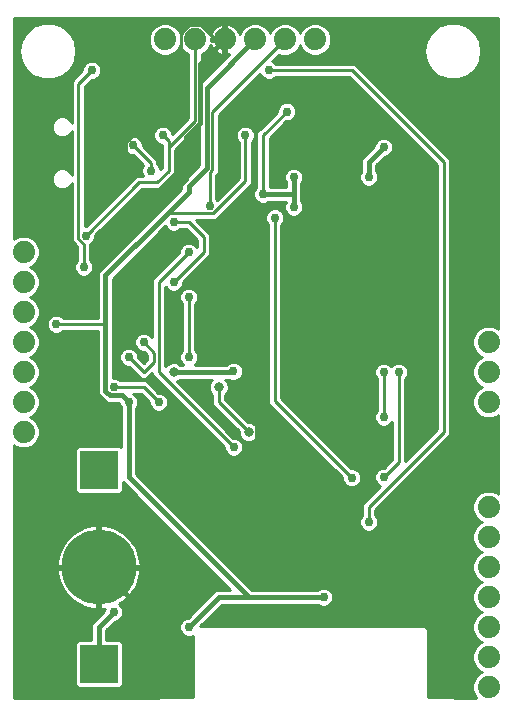
<source format=gbl>
G75*
%MOIN*%
%OFA0B0*%
%FSLAX25Y25*%
%IPPOS*%
%LPD*%
%AMOC8*
5,1,8,0,0,1.08239X$1,22.5*
%
%ADD10C,0.25000*%
%ADD11R,0.12598X0.12598*%
%ADD12C,0.07400*%
%ADD13C,0.01600*%
%ADD14C,0.02953*%
%ADD15C,0.03248*%
%ADD16C,0.01000*%
D10*
X0056964Y0048000D03*
D11*
X0056964Y0080383D03*
X0056964Y0015617D03*
D12*
X0031964Y0093000D03*
X0031964Y0103000D03*
X0031964Y0113000D03*
X0031964Y0123000D03*
X0031964Y0133000D03*
X0031964Y0143000D03*
X0031964Y0153000D03*
X0079090Y0223906D03*
X0089090Y0223906D03*
X0099090Y0223906D03*
X0109090Y0223906D03*
X0119090Y0223906D03*
X0129090Y0223906D03*
X0186964Y0123000D03*
X0186964Y0113000D03*
X0186964Y0103000D03*
X0186964Y0068000D03*
X0186964Y0058000D03*
X0186964Y0048000D03*
X0186964Y0038000D03*
X0186964Y0028000D03*
X0186964Y0018000D03*
X0186964Y0008000D03*
D13*
X0131964Y0038000D02*
X0106964Y0038000D01*
X0066964Y0078000D01*
X0066964Y0103000D01*
X0064740Y0105224D01*
X0060814Y0105224D01*
X0059187Y0106850D01*
X0059187Y0128984D01*
X0059187Y0145224D01*
X0079326Y0165362D01*
X0086964Y0173000D01*
X0086964Y0175030D01*
X0092990Y0181056D01*
X0092990Y0207806D01*
X0109090Y0223906D01*
X0099090Y0223906D02*
X0090890Y0215706D01*
X0090890Y0196113D01*
X0086176Y0191399D01*
X0086176Y0177213D01*
X0076964Y0168000D01*
X0105861Y0166386D02*
X0106964Y0165283D01*
X0106964Y0143119D01*
X0106964Y0118000D02*
X0106964Y0117135D01*
X0109888Y0114211D01*
X0109888Y0090076D01*
X0111964Y0088000D01*
X0101688Y0113000D02*
X0101924Y0113236D01*
X0101688Y0113000D02*
X0081964Y0113000D01*
X0046964Y0073000D02*
X0046964Y0068000D01*
X0051964Y0063000D01*
X0056964Y0063000D01*
X0056964Y0048000D01*
X0066964Y0038000D01*
X0086964Y0038000D01*
X0086964Y0028000D02*
X0096964Y0038000D01*
X0106964Y0038000D01*
X0061964Y0033000D02*
X0056964Y0028000D01*
X0056964Y0015617D01*
X0061964Y0046031D02*
X0056964Y0048000D01*
X0137791Y0092173D02*
X0137791Y0141354D01*
X0150090Y0153653D01*
X0160980Y0142764D01*
X0162948Y0142764D01*
X0150126Y0153690D02*
X0150090Y0153653D01*
X0146964Y0178000D02*
X0146964Y0183000D01*
X0151964Y0188000D01*
X0176964Y0178000D02*
X0176964Y0158000D01*
X0121964Y0168000D02*
X0121964Y0172291D01*
X0111767Y0172291D01*
X0121964Y0172291D02*
X0121964Y0178000D01*
D14*
X0121964Y0178000D03*
X0121964Y0168000D03*
X0115704Y0164417D03*
X0111767Y0172291D03*
X0105861Y0166386D03*
X0094050Y0168354D03*
X0081964Y0163000D03*
X0076964Y0168000D03*
X0074365Y0180165D03*
X0068460Y0188547D03*
X0064523Y0180165D03*
X0078302Y0191976D03*
X0054680Y0213630D03*
X0052712Y0158512D03*
X0051964Y0148000D03*
X0042869Y0128984D03*
X0061964Y0108000D03*
X0066964Y0103000D03*
X0076964Y0103000D03*
X0086964Y0118000D03*
X0101924Y0113236D03*
X0101964Y0088000D03*
X0071964Y0123000D03*
X0066964Y0118000D03*
X0086964Y0138000D03*
X0081964Y0143000D03*
X0086964Y0153000D03*
X0106964Y0143119D03*
X0146964Y0178000D03*
X0151964Y0188000D03*
X0147200Y0199850D03*
X0125547Y0199850D03*
X0119641Y0199850D03*
X0109603Y0207920D03*
X0113736Y0213630D03*
X0105861Y0191976D03*
X0162948Y0142764D03*
X0176964Y0158000D03*
X0176964Y0178000D03*
X0156964Y0113000D03*
X0151964Y0113000D03*
X0151964Y0098000D03*
X0151964Y0078000D03*
X0141295Y0077803D03*
X0146964Y0063000D03*
X0131964Y0038000D03*
X0086964Y0038000D03*
X0086964Y0028000D03*
X0061964Y0033000D03*
X0061964Y0046031D03*
X0046964Y0073000D03*
D15*
X0081964Y0113000D03*
X0096964Y0108000D03*
X0106964Y0118000D03*
X0106964Y0093000D03*
X0111964Y0088000D03*
X0137791Y0092173D03*
X0150126Y0153690D03*
D16*
X0028664Y0088663D02*
X0028664Y0004228D01*
X0066003Y0004228D01*
X0088413Y0004667D01*
X0088413Y0025162D01*
X0087596Y0024824D01*
X0086332Y0024824D01*
X0085165Y0025307D01*
X0084271Y0026201D01*
X0083787Y0027368D01*
X0083787Y0028632D01*
X0084271Y0029799D01*
X0085165Y0030693D01*
X0086332Y0031176D01*
X0086605Y0031176D01*
X0094844Y0039416D01*
X0095548Y0040119D01*
X0096467Y0040500D01*
X0100928Y0040500D01*
X0065548Y0075881D01*
X0064963Y0076465D01*
X0064963Y0073380D01*
X0063967Y0072384D01*
X0049960Y0072384D01*
X0048965Y0073380D01*
X0048965Y0087387D01*
X0049960Y0088383D01*
X0063967Y0088383D01*
X0064464Y0087886D01*
X0064464Y0101008D01*
X0064271Y0101201D01*
X0063787Y0102368D01*
X0063787Y0102641D01*
X0063705Y0102724D01*
X0060317Y0102724D01*
X0059398Y0103104D01*
X0058694Y0103807D01*
X0057771Y0104731D01*
X0057068Y0105434D01*
X0056687Y0106353D01*
X0056687Y0126784D01*
X0045161Y0126784D01*
X0044669Y0126291D01*
X0043501Y0125808D01*
X0042238Y0125808D01*
X0041070Y0126291D01*
X0040177Y0127185D01*
X0039693Y0128352D01*
X0039693Y0129616D01*
X0040177Y0130784D01*
X0041070Y0131677D01*
X0042238Y0132161D01*
X0043501Y0132161D01*
X0044669Y0131677D01*
X0045161Y0131184D01*
X0056687Y0131184D01*
X0056687Y0145721D01*
X0057068Y0146640D01*
X0077207Y0166778D01*
X0077207Y0166778D01*
X0084464Y0174036D01*
X0084464Y0175527D01*
X0084844Y0176446D01*
X0090490Y0182092D01*
X0090490Y0195147D01*
X0090001Y0194658D01*
X0082471Y0187128D01*
X0082471Y0179254D01*
X0077245Y0174028D01*
X0071340Y0174028D01*
X0055888Y0158577D01*
X0055888Y0157880D01*
X0055405Y0156713D01*
X0054511Y0155819D01*
X0054164Y0155675D01*
X0054164Y0150292D01*
X0054657Y0149799D01*
X0055140Y0148632D01*
X0055140Y0147368D01*
X0054657Y0146201D01*
X0053763Y0145307D01*
X0052596Y0144824D01*
X0051332Y0144824D01*
X0050165Y0145307D01*
X0049271Y0146201D01*
X0048787Y0147368D01*
X0048787Y0148632D01*
X0049271Y0149799D01*
X0049764Y0150292D01*
X0049764Y0154846D01*
X0049324Y0155286D01*
X0048036Y0156575D01*
X0048036Y0176057D01*
X0047781Y0175443D01*
X0046804Y0174466D01*
X0045528Y0173938D01*
X0044147Y0173938D01*
X0042871Y0174466D01*
X0041895Y0175443D01*
X0041366Y0176719D01*
X0041366Y0178100D01*
X0041895Y0179376D01*
X0042871Y0180353D01*
X0044147Y0180881D01*
X0045528Y0180881D01*
X0046804Y0180353D01*
X0047781Y0179376D01*
X0048036Y0178761D01*
X0048036Y0193380D01*
X0047781Y0192766D01*
X0046804Y0191789D01*
X0045528Y0191261D01*
X0044147Y0191261D01*
X0042871Y0191789D01*
X0041895Y0192766D01*
X0041366Y0194042D01*
X0041366Y0195423D01*
X0041895Y0196699D01*
X0042871Y0197675D01*
X0044147Y0198204D01*
X0045528Y0198204D01*
X0046804Y0197675D01*
X0047781Y0196699D01*
X0048036Y0196084D01*
X0048036Y0210096D01*
X0051504Y0213565D01*
X0051504Y0214262D01*
X0051988Y0215429D01*
X0052881Y0216323D01*
X0054049Y0216806D01*
X0055312Y0216806D01*
X0056480Y0216323D01*
X0057373Y0215429D01*
X0057857Y0214262D01*
X0057857Y0212998D01*
X0057373Y0211831D01*
X0056480Y0210937D01*
X0055312Y0210454D01*
X0054615Y0210454D01*
X0052435Y0208274D01*
X0052435Y0161688D01*
X0052777Y0161688D01*
X0068228Y0177140D01*
X0069517Y0178428D01*
X0071647Y0178428D01*
X0071189Y0179534D01*
X0071189Y0180797D01*
X0071673Y0181965D01*
X0071802Y0182094D01*
X0068525Y0185371D01*
X0067828Y0185371D01*
X0066661Y0185854D01*
X0065767Y0186748D01*
X0065284Y0187915D01*
X0065284Y0189179D01*
X0065767Y0190347D01*
X0066661Y0191240D01*
X0067828Y0191724D01*
X0069092Y0191724D01*
X0070259Y0191240D01*
X0071153Y0190347D01*
X0071636Y0189179D01*
X0071636Y0188482D01*
X0076565Y0183553D01*
X0076565Y0182457D01*
X0077058Y0181965D01*
X0077542Y0180797D01*
X0077542Y0180547D01*
X0078071Y0181077D01*
X0078071Y0188800D01*
X0077671Y0188800D01*
X0076503Y0189284D01*
X0075610Y0190177D01*
X0075126Y0191345D01*
X0075126Y0192608D01*
X0075610Y0193776D01*
X0076503Y0194669D01*
X0077671Y0195153D01*
X0078934Y0195153D01*
X0080102Y0194669D01*
X0080995Y0193776D01*
X0081479Y0192608D01*
X0081479Y0192358D01*
X0086890Y0197770D01*
X0086890Y0218972D01*
X0086031Y0219328D01*
X0084512Y0220847D01*
X0084090Y0221866D01*
X0083668Y0220847D01*
X0082149Y0219328D01*
X0080164Y0218506D01*
X0078016Y0218506D01*
X0076031Y0219328D01*
X0074512Y0220847D01*
X0073690Y0222831D01*
X0073690Y0224980D01*
X0074512Y0226964D01*
X0076031Y0228483D01*
X0078016Y0229305D01*
X0080164Y0229305D01*
X0082149Y0228483D01*
X0083668Y0226964D01*
X0084090Y0225945D01*
X0084512Y0226964D01*
X0086031Y0228483D01*
X0088016Y0229305D01*
X0090164Y0229305D01*
X0092149Y0228483D01*
X0093668Y0226964D01*
X0094199Y0225681D01*
X0094271Y0225902D01*
X0094642Y0226631D01*
X0095123Y0227293D01*
X0095702Y0227872D01*
X0096364Y0228353D01*
X0097094Y0228725D01*
X0097872Y0228977D01*
X0098590Y0229091D01*
X0098590Y0224406D01*
X0099590Y0224406D01*
X0099590Y0229091D01*
X0100308Y0228977D01*
X0101086Y0228725D01*
X0101815Y0228353D01*
X0102477Y0227872D01*
X0103056Y0227293D01*
X0103537Y0226631D01*
X0103909Y0225902D01*
X0103980Y0225681D01*
X0104512Y0226964D01*
X0106031Y0228483D01*
X0108016Y0229305D01*
X0110164Y0229305D01*
X0112149Y0228483D01*
X0113668Y0226964D01*
X0114090Y0225945D01*
X0114512Y0226964D01*
X0116031Y0228483D01*
X0118016Y0229305D01*
X0120164Y0229305D01*
X0122149Y0228483D01*
X0123668Y0226964D01*
X0124090Y0225945D01*
X0124512Y0226964D01*
X0126031Y0228483D01*
X0128016Y0229305D01*
X0130164Y0229305D01*
X0132149Y0228483D01*
X0133668Y0226964D01*
X0134490Y0224980D01*
X0134490Y0222831D01*
X0133668Y0220847D01*
X0132149Y0219328D01*
X0130164Y0218506D01*
X0128016Y0218506D01*
X0126031Y0219328D01*
X0124512Y0220847D01*
X0124090Y0221866D01*
X0123668Y0220847D01*
X0122149Y0219328D01*
X0120164Y0218506D01*
X0118016Y0218506D01*
X0117157Y0218861D01*
X0114887Y0216591D01*
X0115535Y0216323D01*
X0116028Y0215830D01*
X0142206Y0215830D01*
X0143495Y0214541D01*
X0174164Y0183872D01*
X0174164Y0092089D01*
X0172875Y0090800D01*
X0149164Y0067089D01*
X0149164Y0065292D01*
X0149657Y0064799D01*
X0150140Y0063632D01*
X0150140Y0062368D01*
X0149657Y0061201D01*
X0148763Y0060307D01*
X0147596Y0059824D01*
X0146332Y0059824D01*
X0145165Y0060307D01*
X0144271Y0061201D01*
X0143787Y0062368D01*
X0143787Y0063632D01*
X0144271Y0064799D01*
X0144764Y0065292D01*
X0144764Y0068911D01*
X0150868Y0075016D01*
X0150165Y0075307D01*
X0149271Y0076201D01*
X0148787Y0077368D01*
X0148787Y0078632D01*
X0149271Y0079799D01*
X0150165Y0080693D01*
X0151332Y0081176D01*
X0152029Y0081176D01*
X0154764Y0083911D01*
X0154764Y0096460D01*
X0154657Y0096201D01*
X0153763Y0095307D01*
X0152596Y0094824D01*
X0151332Y0094824D01*
X0150165Y0095307D01*
X0149271Y0096201D01*
X0148787Y0097368D01*
X0148787Y0098632D01*
X0149271Y0099799D01*
X0149764Y0100292D01*
X0149764Y0110708D01*
X0149271Y0111201D01*
X0148787Y0112368D01*
X0148787Y0113632D01*
X0149271Y0114799D01*
X0150165Y0115693D01*
X0151332Y0116176D01*
X0152596Y0116176D01*
X0153763Y0115693D01*
X0154464Y0114992D01*
X0155165Y0115693D01*
X0156332Y0116176D01*
X0157596Y0116176D01*
X0158763Y0115693D01*
X0159657Y0114799D01*
X0160140Y0113632D01*
X0160140Y0112368D01*
X0159657Y0111201D01*
X0159164Y0110708D01*
X0159164Y0083311D01*
X0169764Y0093911D01*
X0169764Y0182049D01*
X0140383Y0211430D01*
X0116028Y0211430D01*
X0115535Y0210937D01*
X0114367Y0210454D01*
X0113104Y0210454D01*
X0111936Y0210937D01*
X0111043Y0211831D01*
X0110774Y0212479D01*
X0096990Y0198694D01*
X0096990Y0179399D01*
X0096250Y0178660D01*
X0096250Y0170646D01*
X0096492Y0170405D01*
X0103661Y0177574D01*
X0103661Y0189684D01*
X0103169Y0190177D01*
X0102685Y0191345D01*
X0102685Y0192608D01*
X0103169Y0193776D01*
X0104062Y0194669D01*
X0105230Y0195153D01*
X0106493Y0195153D01*
X0107661Y0194669D01*
X0108554Y0193776D01*
X0109038Y0192608D01*
X0109038Y0191345D01*
X0108554Y0190177D01*
X0108061Y0189684D01*
X0108061Y0175752D01*
X0095987Y0163678D01*
X0089397Y0163678D01*
X0094164Y0158911D01*
X0094164Y0152089D01*
X0092875Y0150800D01*
X0085140Y0143065D01*
X0085140Y0142368D01*
X0084657Y0141201D01*
X0083763Y0140307D01*
X0082596Y0139824D01*
X0081332Y0139824D01*
X0080165Y0140307D01*
X0079271Y0141201D01*
X0079164Y0141460D01*
X0079164Y0114901D01*
X0080081Y0115818D01*
X0081303Y0116324D01*
X0082625Y0116324D01*
X0083847Y0115818D01*
X0084165Y0115500D01*
X0084972Y0115500D01*
X0084271Y0116201D01*
X0083787Y0117368D01*
X0083787Y0118632D01*
X0084271Y0119799D01*
X0084764Y0120292D01*
X0084764Y0135708D01*
X0084271Y0136201D01*
X0083787Y0137368D01*
X0083787Y0138632D01*
X0084271Y0139799D01*
X0085165Y0140693D01*
X0086332Y0141176D01*
X0087596Y0141176D01*
X0088763Y0140693D01*
X0089657Y0139799D01*
X0090140Y0138632D01*
X0090140Y0137368D01*
X0089657Y0136201D01*
X0089164Y0135708D01*
X0089164Y0120292D01*
X0089657Y0119799D01*
X0090140Y0118632D01*
X0090140Y0117368D01*
X0089657Y0116201D01*
X0088956Y0115500D01*
X0099696Y0115500D01*
X0100125Y0115929D01*
X0101293Y0116413D01*
X0102556Y0116413D01*
X0103724Y0115929D01*
X0104617Y0115035D01*
X0105101Y0113868D01*
X0105101Y0112604D01*
X0104617Y0111437D01*
X0103724Y0110543D01*
X0102556Y0110060D01*
X0101293Y0110060D01*
X0100230Y0110500D01*
X0099165Y0110500D01*
X0099782Y0109883D01*
X0100288Y0108661D01*
X0100288Y0107339D01*
X0099782Y0106117D01*
X0099164Y0105499D01*
X0099164Y0103911D01*
X0106751Y0096324D01*
X0107625Y0096324D01*
X0108847Y0095818D01*
X0109782Y0094883D01*
X0110288Y0093661D01*
X0110288Y0092339D01*
X0109782Y0091117D01*
X0108847Y0090182D01*
X0107625Y0089676D01*
X0106303Y0089676D01*
X0105081Y0090182D01*
X0104146Y0091117D01*
X0103640Y0092339D01*
X0103640Y0093213D01*
X0096053Y0100800D01*
X0094764Y0102089D01*
X0094764Y0105499D01*
X0094146Y0106117D01*
X0093640Y0107339D01*
X0093640Y0108661D01*
X0094146Y0109883D01*
X0094763Y0110500D01*
X0084165Y0110500D01*
X0083847Y0110182D01*
X0083172Y0109903D01*
X0101899Y0091176D01*
X0102596Y0091176D01*
X0103763Y0090693D01*
X0104657Y0089799D01*
X0105140Y0088632D01*
X0105140Y0087368D01*
X0104657Y0086201D01*
X0103763Y0085307D01*
X0102596Y0084824D01*
X0101332Y0084824D01*
X0100165Y0085307D01*
X0099271Y0086201D01*
X0098787Y0087368D01*
X0098787Y0088065D01*
X0076053Y0110800D01*
X0076053Y0110800D01*
X0074764Y0112089D01*
X0074764Y0112689D01*
X0072875Y0110800D01*
X0071053Y0110800D01*
X0069764Y0112089D01*
X0067029Y0114824D01*
X0066332Y0114824D01*
X0065165Y0115307D01*
X0064271Y0116201D01*
X0063787Y0117368D01*
X0063787Y0118632D01*
X0064271Y0119799D01*
X0065165Y0120693D01*
X0066332Y0121176D01*
X0067596Y0121176D01*
X0068763Y0120693D01*
X0069657Y0119799D01*
X0070140Y0118632D01*
X0070140Y0117935D01*
X0071964Y0116111D01*
X0073264Y0117411D01*
X0073264Y0118589D01*
X0072029Y0119824D01*
X0071332Y0119824D01*
X0070165Y0120307D01*
X0069271Y0121201D01*
X0068787Y0122368D01*
X0068787Y0123632D01*
X0069271Y0124799D01*
X0070165Y0125693D01*
X0071332Y0126176D01*
X0072596Y0126176D01*
X0073763Y0125693D01*
X0074657Y0124799D01*
X0074764Y0124540D01*
X0074764Y0143911D01*
X0076053Y0145200D01*
X0083787Y0152935D01*
X0083787Y0153632D01*
X0084271Y0154799D01*
X0085165Y0155693D01*
X0086332Y0156176D01*
X0087596Y0156176D01*
X0088763Y0155693D01*
X0089657Y0154799D01*
X0089764Y0154540D01*
X0089764Y0157089D01*
X0086053Y0160800D01*
X0084256Y0160800D01*
X0083763Y0160307D01*
X0082596Y0159824D01*
X0081332Y0159824D01*
X0080165Y0160307D01*
X0079271Y0161201D01*
X0079104Y0161604D01*
X0061687Y0144188D01*
X0061687Y0111176D01*
X0062596Y0111176D01*
X0063763Y0110693D01*
X0064256Y0110200D01*
X0072875Y0110200D01*
X0074164Y0108911D01*
X0076899Y0106176D01*
X0077596Y0106176D01*
X0078763Y0105693D01*
X0079657Y0104799D01*
X0080140Y0103632D01*
X0080140Y0102368D01*
X0079657Y0101201D01*
X0078763Y0100307D01*
X0077596Y0099824D01*
X0076332Y0099824D01*
X0075165Y0100307D01*
X0074271Y0101201D01*
X0073787Y0102368D01*
X0073787Y0103065D01*
X0071053Y0105800D01*
X0068504Y0105800D01*
X0068763Y0105693D01*
X0069657Y0104799D01*
X0070140Y0103632D01*
X0070140Y0102368D01*
X0069657Y0101201D01*
X0069464Y0101008D01*
X0069464Y0079036D01*
X0107999Y0040500D01*
X0129972Y0040500D01*
X0130165Y0040693D01*
X0131332Y0041176D01*
X0132596Y0041176D01*
X0133763Y0040693D01*
X0134657Y0039799D01*
X0135140Y0038632D01*
X0135140Y0037368D01*
X0134657Y0036201D01*
X0133763Y0035307D01*
X0132596Y0034824D01*
X0131332Y0034824D01*
X0130165Y0035307D01*
X0129972Y0035500D01*
X0097999Y0035500D01*
X0090821Y0028322D01*
X0165621Y0028322D01*
X0166617Y0027326D01*
X0166617Y0004705D01*
X0166901Y0004700D01*
X0167589Y0004700D01*
X0167603Y0004687D01*
X0182930Y0004397D01*
X0182386Y0004941D01*
X0181564Y0006926D01*
X0181564Y0009074D01*
X0182386Y0011059D01*
X0183905Y0012578D01*
X0184924Y0013000D01*
X0183905Y0013422D01*
X0182386Y0014941D01*
X0181564Y0016926D01*
X0181564Y0019074D01*
X0182386Y0021059D01*
X0183905Y0022578D01*
X0184924Y0023000D01*
X0183905Y0023422D01*
X0182386Y0024941D01*
X0181564Y0026926D01*
X0181564Y0029074D01*
X0182386Y0031059D01*
X0183905Y0032578D01*
X0184924Y0033000D01*
X0183905Y0033422D01*
X0182386Y0034941D01*
X0181564Y0036926D01*
X0181564Y0039074D01*
X0182386Y0041059D01*
X0183905Y0042578D01*
X0184924Y0043000D01*
X0183905Y0043422D01*
X0182386Y0044941D01*
X0181564Y0046926D01*
X0181564Y0049074D01*
X0182386Y0051059D01*
X0183905Y0052578D01*
X0184924Y0053000D01*
X0183905Y0053422D01*
X0182386Y0054941D01*
X0181564Y0056926D01*
X0181564Y0059074D01*
X0182386Y0061059D01*
X0183905Y0062578D01*
X0184924Y0063000D01*
X0183905Y0063422D01*
X0182386Y0064941D01*
X0181564Y0066926D01*
X0181564Y0069074D01*
X0182386Y0071059D01*
X0183905Y0072578D01*
X0185890Y0073400D01*
X0188038Y0073400D01*
X0190023Y0072578D01*
X0190185Y0072415D01*
X0190185Y0098585D01*
X0190023Y0098422D01*
X0188038Y0097600D01*
X0185890Y0097600D01*
X0183905Y0098422D01*
X0182386Y0099941D01*
X0181564Y0101926D01*
X0181564Y0104074D01*
X0182386Y0106059D01*
X0183905Y0107578D01*
X0184924Y0108000D01*
X0183905Y0108422D01*
X0182386Y0109941D01*
X0181564Y0111926D01*
X0181564Y0114074D01*
X0182386Y0116059D01*
X0183905Y0117578D01*
X0184924Y0118000D01*
X0183905Y0118422D01*
X0182386Y0119941D01*
X0181564Y0121926D01*
X0181564Y0124074D01*
X0182386Y0126059D01*
X0183905Y0127578D01*
X0185890Y0128400D01*
X0188038Y0128400D01*
X0190023Y0127578D01*
X0190185Y0127415D01*
X0190185Y0231064D01*
X0028664Y0231064D01*
X0028664Y0157337D01*
X0028905Y0157578D01*
X0030890Y0158400D01*
X0033038Y0158400D01*
X0035023Y0157578D01*
X0036542Y0156059D01*
X0037364Y0154074D01*
X0037364Y0151926D01*
X0036542Y0149941D01*
X0035023Y0148422D01*
X0034004Y0148000D01*
X0035023Y0147578D01*
X0036542Y0146059D01*
X0037364Y0144074D01*
X0037364Y0141926D01*
X0036542Y0139941D01*
X0035023Y0138422D01*
X0034004Y0138000D01*
X0035023Y0137578D01*
X0036542Y0136059D01*
X0037364Y0134074D01*
X0037364Y0131926D01*
X0036542Y0129941D01*
X0035023Y0128422D01*
X0034004Y0128000D01*
X0035023Y0127578D01*
X0036542Y0126059D01*
X0037364Y0124074D01*
X0037364Y0121926D01*
X0036542Y0119941D01*
X0035023Y0118422D01*
X0034004Y0118000D01*
X0035023Y0117578D01*
X0036542Y0116059D01*
X0037364Y0114074D01*
X0037364Y0111926D01*
X0036542Y0109941D01*
X0035023Y0108422D01*
X0034004Y0108000D01*
X0035023Y0107578D01*
X0036542Y0106059D01*
X0037364Y0104074D01*
X0037364Y0101926D01*
X0036542Y0099941D01*
X0035023Y0098422D01*
X0034004Y0098000D01*
X0035023Y0097578D01*
X0036542Y0096059D01*
X0037364Y0094074D01*
X0037364Y0091926D01*
X0036542Y0089941D01*
X0035023Y0088422D01*
X0033038Y0087600D01*
X0030890Y0087600D01*
X0028905Y0088422D01*
X0028664Y0088663D01*
X0028664Y0087873D02*
X0030230Y0087873D01*
X0028664Y0086875D02*
X0048965Y0086875D01*
X0048965Y0085876D02*
X0028664Y0085876D01*
X0028664Y0084878D02*
X0048965Y0084878D01*
X0048965Y0083879D02*
X0028664Y0083879D01*
X0028664Y0082881D02*
X0048965Y0082881D01*
X0048965Y0081882D02*
X0028664Y0081882D01*
X0028664Y0080884D02*
X0048965Y0080884D01*
X0048965Y0079885D02*
X0028664Y0079885D01*
X0028664Y0078887D02*
X0048965Y0078887D01*
X0048965Y0077888D02*
X0028664Y0077888D01*
X0028664Y0076890D02*
X0048965Y0076890D01*
X0048965Y0075891D02*
X0028664Y0075891D01*
X0028664Y0074893D02*
X0048965Y0074893D01*
X0048965Y0073894D02*
X0028664Y0073894D01*
X0028664Y0072896D02*
X0049449Y0072896D01*
X0053558Y0061597D02*
X0052242Y0061198D01*
X0050971Y0060671D01*
X0049758Y0060023D01*
X0048614Y0059258D01*
X0047551Y0058386D01*
X0046578Y0057413D01*
X0045705Y0056350D01*
X0044941Y0055206D01*
X0044293Y0053993D01*
X0043766Y0052722D01*
X0043367Y0051406D01*
X0043099Y0050057D01*
X0042964Y0048688D01*
X0042964Y0048500D01*
X0056464Y0048500D01*
X0056464Y0062000D01*
X0056276Y0062000D01*
X0054907Y0061865D01*
X0053558Y0061597D01*
X0055384Y0061912D02*
X0028664Y0061912D01*
X0028664Y0060914D02*
X0051556Y0060914D01*
X0049597Y0059915D02*
X0028664Y0059915D01*
X0028664Y0058917D02*
X0048198Y0058917D01*
X0047083Y0057918D02*
X0028664Y0057918D01*
X0028664Y0056920D02*
X0046173Y0056920D01*
X0045419Y0055921D02*
X0028664Y0055921D01*
X0028664Y0054923D02*
X0044790Y0054923D01*
X0044264Y0053924D02*
X0028664Y0053924D01*
X0028664Y0052926D02*
X0043851Y0052926D01*
X0043525Y0051927D02*
X0028664Y0051927D01*
X0028664Y0050929D02*
X0043272Y0050929D01*
X0043086Y0049930D02*
X0028664Y0049930D01*
X0028664Y0048932D02*
X0042988Y0048932D01*
X0042964Y0047500D02*
X0042964Y0047312D01*
X0043099Y0045943D01*
X0043367Y0044594D01*
X0043766Y0043278D01*
X0044293Y0042007D01*
X0044941Y0040794D01*
X0045705Y0039650D01*
X0046578Y0038587D01*
X0047551Y0037614D01*
X0048614Y0036742D01*
X0049758Y0035977D01*
X0050971Y0035329D01*
X0052242Y0034802D01*
X0053558Y0034403D01*
X0054907Y0034135D01*
X0056276Y0034000D01*
X0056464Y0034000D01*
X0056464Y0047500D01*
X0057464Y0047500D01*
X0057464Y0048500D01*
X0070964Y0048500D01*
X0070964Y0048688D01*
X0070829Y0050057D01*
X0070561Y0051406D01*
X0070161Y0052722D01*
X0069635Y0053993D01*
X0068987Y0055206D01*
X0068222Y0056350D01*
X0067350Y0057413D01*
X0066377Y0058386D01*
X0065314Y0059258D01*
X0064170Y0060023D01*
X0062957Y0060671D01*
X0061686Y0061198D01*
X0060370Y0061597D01*
X0059021Y0061865D01*
X0057652Y0062000D01*
X0057464Y0062000D01*
X0057464Y0048500D01*
X0056464Y0048500D01*
X0056464Y0047500D01*
X0042964Y0047500D01*
X0043001Y0046934D02*
X0028664Y0046934D01*
X0028664Y0045936D02*
X0043100Y0045936D01*
X0043299Y0044937D02*
X0028664Y0044937D01*
X0028664Y0043939D02*
X0043566Y0043939D01*
X0043906Y0042940D02*
X0028664Y0042940D01*
X0028664Y0041942D02*
X0044328Y0041942D01*
X0044861Y0040943D02*
X0028664Y0040943D01*
X0028664Y0039945D02*
X0045508Y0039945D01*
X0046283Y0038946D02*
X0028664Y0038946D01*
X0028664Y0037948D02*
X0047217Y0037948D01*
X0048361Y0036949D02*
X0028664Y0036949D01*
X0028664Y0035951D02*
X0049807Y0035951D01*
X0051880Y0034952D02*
X0028664Y0034952D01*
X0028664Y0033954D02*
X0058921Y0033954D01*
X0058995Y0034132D02*
X0058787Y0033632D01*
X0058787Y0033359D01*
X0055548Y0030119D01*
X0054844Y0029416D01*
X0054464Y0028497D01*
X0054464Y0023616D01*
X0049960Y0023616D01*
X0048965Y0022620D01*
X0048965Y0008613D01*
X0049960Y0007617D01*
X0063967Y0007617D01*
X0064963Y0008613D01*
X0064963Y0022620D01*
X0063967Y0023616D01*
X0059464Y0023616D01*
X0059464Y0026964D01*
X0083955Y0026964D01*
X0083787Y0027963D02*
X0060462Y0027963D01*
X0059464Y0026964D02*
X0062323Y0029824D01*
X0062596Y0029824D01*
X0063763Y0030307D01*
X0064657Y0031201D01*
X0065140Y0032368D01*
X0065140Y0033632D01*
X0064657Y0034799D01*
X0063763Y0035693D01*
X0063692Y0035722D01*
X0064170Y0035977D01*
X0065314Y0036742D01*
X0066377Y0037614D01*
X0067350Y0038587D01*
X0068222Y0039650D01*
X0068987Y0040794D01*
X0069635Y0042007D01*
X0070161Y0043278D01*
X0070561Y0044594D01*
X0070829Y0045943D01*
X0070964Y0047312D01*
X0070964Y0047500D01*
X0057464Y0047500D01*
X0057464Y0034000D01*
X0057652Y0034000D01*
X0058995Y0034132D01*
X0058384Y0032955D02*
X0028664Y0032955D01*
X0028664Y0031957D02*
X0057385Y0031957D01*
X0056387Y0030958D02*
X0028664Y0030958D01*
X0028664Y0029960D02*
X0055388Y0029960D01*
X0054656Y0028961D02*
X0028664Y0028961D01*
X0028664Y0027963D02*
X0054464Y0027963D01*
X0054464Y0026964D02*
X0028664Y0026964D01*
X0028664Y0025966D02*
X0054464Y0025966D01*
X0054464Y0024967D02*
X0028664Y0024967D01*
X0028664Y0023969D02*
X0054464Y0023969D01*
X0059464Y0023969D02*
X0088413Y0023969D01*
X0088413Y0024967D02*
X0087942Y0024967D01*
X0085985Y0024967D02*
X0059464Y0024967D01*
X0059464Y0025966D02*
X0084506Y0025966D01*
X0083924Y0028961D02*
X0061461Y0028961D01*
X0062924Y0029960D02*
X0084432Y0029960D01*
X0085806Y0030958D02*
X0064414Y0030958D01*
X0064970Y0031957D02*
X0087385Y0031957D01*
X0088384Y0032955D02*
X0065140Y0032955D01*
X0065007Y0033954D02*
X0089382Y0033954D01*
X0090381Y0034952D02*
X0064504Y0034952D01*
X0064120Y0035951D02*
X0091379Y0035951D01*
X0092378Y0036949D02*
X0065567Y0036949D01*
X0066711Y0037948D02*
X0093376Y0037948D01*
X0094375Y0038946D02*
X0067645Y0038946D01*
X0068419Y0039945D02*
X0095373Y0039945D01*
X0098488Y0042940D02*
X0070022Y0042940D01*
X0070362Y0043939D02*
X0097489Y0043939D01*
X0096491Y0044937D02*
X0070629Y0044937D01*
X0070828Y0045936D02*
X0095492Y0045936D01*
X0094494Y0046934D02*
X0070927Y0046934D01*
X0070940Y0048932D02*
X0092497Y0048932D01*
X0091498Y0049930D02*
X0070841Y0049930D01*
X0070656Y0050929D02*
X0090500Y0050929D01*
X0089501Y0051927D02*
X0070403Y0051927D01*
X0070077Y0052926D02*
X0088503Y0052926D01*
X0087504Y0053924D02*
X0069664Y0053924D01*
X0069138Y0054923D02*
X0086506Y0054923D01*
X0085507Y0055921D02*
X0068509Y0055921D01*
X0067755Y0056920D02*
X0084509Y0056920D01*
X0083510Y0057918D02*
X0066845Y0057918D01*
X0065730Y0058917D02*
X0082512Y0058917D01*
X0081513Y0059915D02*
X0064331Y0059915D01*
X0062371Y0060914D02*
X0080515Y0060914D01*
X0079516Y0061912D02*
X0058543Y0061912D01*
X0057464Y0061912D02*
X0056464Y0061912D01*
X0056464Y0060914D02*
X0057464Y0060914D01*
X0057464Y0059915D02*
X0056464Y0059915D01*
X0056464Y0058917D02*
X0057464Y0058917D01*
X0057464Y0057918D02*
X0056464Y0057918D01*
X0056464Y0056920D02*
X0057464Y0056920D01*
X0057464Y0055921D02*
X0056464Y0055921D01*
X0056464Y0054923D02*
X0057464Y0054923D01*
X0057464Y0053924D02*
X0056464Y0053924D01*
X0056464Y0052926D02*
X0057464Y0052926D01*
X0057464Y0051927D02*
X0056464Y0051927D01*
X0056464Y0050929D02*
X0057464Y0050929D01*
X0057464Y0049930D02*
X0056464Y0049930D01*
X0056464Y0048932D02*
X0057464Y0048932D01*
X0057464Y0047933D02*
X0093495Y0047933D01*
X0096572Y0051927D02*
X0183254Y0051927D01*
X0182332Y0050929D02*
X0097571Y0050929D01*
X0098569Y0049930D02*
X0181918Y0049930D01*
X0181564Y0048932D02*
X0099568Y0048932D01*
X0100566Y0047933D02*
X0181564Y0047933D01*
X0181564Y0046934D02*
X0101565Y0046934D01*
X0102563Y0045936D02*
X0181974Y0045936D01*
X0182390Y0044937D02*
X0103562Y0044937D01*
X0104560Y0043939D02*
X0183388Y0043939D01*
X0184780Y0042940D02*
X0105559Y0042940D01*
X0106557Y0041942D02*
X0183269Y0041942D01*
X0182338Y0040943D02*
X0133158Y0040943D01*
X0134511Y0039945D02*
X0181925Y0039945D01*
X0181564Y0038946D02*
X0135010Y0038946D01*
X0135140Y0037948D02*
X0181564Y0037948D01*
X0181564Y0036949D02*
X0134967Y0036949D01*
X0134407Y0035951D02*
X0181968Y0035951D01*
X0182381Y0034952D02*
X0132906Y0034952D01*
X0131021Y0034952D02*
X0097452Y0034952D01*
X0096453Y0033954D02*
X0183373Y0033954D01*
X0184816Y0032955D02*
X0095455Y0032955D01*
X0094456Y0031957D02*
X0183284Y0031957D01*
X0182344Y0030958D02*
X0093458Y0030958D01*
X0092459Y0029960D02*
X0181931Y0029960D01*
X0181564Y0028961D02*
X0091461Y0028961D01*
X0088413Y0022970D02*
X0064613Y0022970D01*
X0064963Y0021972D02*
X0088413Y0021972D01*
X0088413Y0020973D02*
X0064963Y0020973D01*
X0064963Y0019975D02*
X0088413Y0019975D01*
X0088413Y0018976D02*
X0064963Y0018976D01*
X0064963Y0017978D02*
X0088413Y0017978D01*
X0088413Y0016979D02*
X0064963Y0016979D01*
X0064963Y0015981D02*
X0088413Y0015981D01*
X0088413Y0014982D02*
X0064963Y0014982D01*
X0064963Y0013984D02*
X0088413Y0013984D01*
X0088413Y0012985D02*
X0064963Y0012985D01*
X0064963Y0011987D02*
X0088413Y0011987D01*
X0088413Y0010988D02*
X0064963Y0010988D01*
X0064963Y0009990D02*
X0088413Y0009990D01*
X0088413Y0008991D02*
X0064963Y0008991D01*
X0064342Y0007993D02*
X0088413Y0007993D01*
X0088413Y0006994D02*
X0028664Y0006994D01*
X0028664Y0005996D02*
X0088413Y0005996D01*
X0088413Y0004997D02*
X0028664Y0004997D01*
X0028664Y0007993D02*
X0049585Y0007993D01*
X0048965Y0008991D02*
X0028664Y0008991D01*
X0028664Y0009990D02*
X0048965Y0009990D01*
X0048965Y0010988D02*
X0028664Y0010988D01*
X0028664Y0011987D02*
X0048965Y0011987D01*
X0048965Y0012985D02*
X0028664Y0012985D01*
X0028664Y0013984D02*
X0048965Y0013984D01*
X0048965Y0014982D02*
X0028664Y0014982D01*
X0028664Y0015981D02*
X0048965Y0015981D01*
X0048965Y0016979D02*
X0028664Y0016979D01*
X0028664Y0017978D02*
X0048965Y0017978D01*
X0048965Y0018976D02*
X0028664Y0018976D01*
X0028664Y0019975D02*
X0048965Y0019975D01*
X0048965Y0020973D02*
X0028664Y0020973D01*
X0028664Y0021972D02*
X0048965Y0021972D01*
X0049315Y0022970D02*
X0028664Y0022970D01*
X0028664Y0047933D02*
X0056464Y0047933D01*
X0056464Y0046934D02*
X0057464Y0046934D01*
X0057464Y0045936D02*
X0056464Y0045936D01*
X0056464Y0044937D02*
X0057464Y0044937D01*
X0057464Y0043939D02*
X0056464Y0043939D01*
X0056464Y0042940D02*
X0057464Y0042940D01*
X0057464Y0041942D02*
X0056464Y0041942D01*
X0056464Y0040943D02*
X0057464Y0040943D01*
X0057464Y0039945D02*
X0056464Y0039945D01*
X0056464Y0038946D02*
X0057464Y0038946D01*
X0057464Y0037948D02*
X0056464Y0037948D01*
X0056464Y0036949D02*
X0057464Y0036949D01*
X0057464Y0035951D02*
X0056464Y0035951D01*
X0056464Y0034952D02*
X0057464Y0034952D01*
X0069066Y0040943D02*
X0100485Y0040943D01*
X0099486Y0041942D02*
X0069600Y0041942D01*
X0078518Y0062911D02*
X0028664Y0062911D01*
X0028664Y0063909D02*
X0077519Y0063909D01*
X0076521Y0064908D02*
X0028664Y0064908D01*
X0028664Y0065906D02*
X0075522Y0065906D01*
X0074524Y0066905D02*
X0028664Y0066905D01*
X0028664Y0067903D02*
X0073525Y0067903D01*
X0072527Y0068902D02*
X0028664Y0068902D01*
X0028664Y0069900D02*
X0071528Y0069900D01*
X0070530Y0070899D02*
X0028664Y0070899D01*
X0028664Y0071897D02*
X0069531Y0071897D01*
X0068533Y0072896D02*
X0064479Y0072896D01*
X0064963Y0073894D02*
X0067534Y0073894D01*
X0066535Y0074893D02*
X0064963Y0074893D01*
X0064963Y0075891D02*
X0065537Y0075891D01*
X0069613Y0078887D02*
X0137100Y0078887D01*
X0138098Y0077888D02*
X0070611Y0077888D01*
X0071610Y0076890D02*
X0138235Y0076890D01*
X0138118Y0077171D02*
X0138602Y0076004D01*
X0139495Y0075110D01*
X0140663Y0074627D01*
X0141926Y0074627D01*
X0143094Y0075110D01*
X0143987Y0076004D01*
X0144471Y0077171D01*
X0144471Y0078435D01*
X0143987Y0079602D01*
X0143094Y0080496D01*
X0141926Y0080980D01*
X0141229Y0080980D01*
X0117904Y0104305D01*
X0117904Y0162125D01*
X0118397Y0162618D01*
X0118880Y0163785D01*
X0118880Y0165049D01*
X0118397Y0166217D01*
X0117503Y0167110D01*
X0116336Y0167594D01*
X0115072Y0167594D01*
X0113905Y0167110D01*
X0113011Y0166217D01*
X0112528Y0165049D01*
X0112528Y0163785D01*
X0113011Y0162618D01*
X0113504Y0162125D01*
X0113504Y0102482D01*
X0114793Y0101194D01*
X0138118Y0077868D01*
X0138118Y0077171D01*
X0138714Y0075891D02*
X0072608Y0075891D01*
X0073607Y0074893D02*
X0140020Y0074893D01*
X0142569Y0074893D02*
X0150745Y0074893D01*
X0149747Y0073894D02*
X0074605Y0073894D01*
X0075604Y0072896D02*
X0148748Y0072896D01*
X0147750Y0071897D02*
X0076602Y0071897D01*
X0077601Y0070899D02*
X0146751Y0070899D01*
X0145753Y0069900D02*
X0078599Y0069900D01*
X0079598Y0068902D02*
X0144764Y0068902D01*
X0144764Y0067903D02*
X0080596Y0067903D01*
X0081595Y0066905D02*
X0144764Y0066905D01*
X0144764Y0065906D02*
X0082593Y0065906D01*
X0083592Y0064908D02*
X0144379Y0064908D01*
X0143902Y0063909D02*
X0084590Y0063909D01*
X0085589Y0062911D02*
X0143787Y0062911D01*
X0143976Y0061912D02*
X0086587Y0061912D01*
X0087586Y0060914D02*
X0144558Y0060914D01*
X0146111Y0059915D02*
X0088584Y0059915D01*
X0089583Y0058917D02*
X0181564Y0058917D01*
X0181564Y0057918D02*
X0090581Y0057918D01*
X0091580Y0056920D02*
X0181566Y0056920D01*
X0181980Y0055921D02*
X0092578Y0055921D01*
X0093577Y0054923D02*
X0182405Y0054923D01*
X0183403Y0053924D02*
X0094575Y0053924D01*
X0095574Y0052926D02*
X0184744Y0052926D01*
X0181912Y0059915D02*
X0147817Y0059915D01*
X0149370Y0060914D02*
X0182326Y0060914D01*
X0183239Y0061912D02*
X0149951Y0061912D01*
X0150140Y0062911D02*
X0184708Y0062911D01*
X0183418Y0063909D02*
X0150025Y0063909D01*
X0149548Y0064908D02*
X0182419Y0064908D01*
X0181986Y0065906D02*
X0149164Y0065906D01*
X0149164Y0066905D02*
X0181573Y0066905D01*
X0181564Y0067903D02*
X0149978Y0067903D01*
X0150977Y0068902D02*
X0181564Y0068902D01*
X0181906Y0069900D02*
X0151975Y0069900D01*
X0152974Y0070899D02*
X0182320Y0070899D01*
X0183224Y0071897D02*
X0153972Y0071897D01*
X0154971Y0072896D02*
X0184672Y0072896D01*
X0189255Y0072896D02*
X0190185Y0072896D01*
X0190185Y0073894D02*
X0155969Y0073894D01*
X0156968Y0074893D02*
X0190185Y0074893D01*
X0190185Y0075891D02*
X0157966Y0075891D01*
X0158965Y0076890D02*
X0190185Y0076890D01*
X0190185Y0077888D02*
X0159963Y0077888D01*
X0160962Y0078887D02*
X0190185Y0078887D01*
X0190185Y0079885D02*
X0161960Y0079885D01*
X0162959Y0080884D02*
X0190185Y0080884D01*
X0190185Y0081882D02*
X0163958Y0081882D01*
X0164956Y0082881D02*
X0190185Y0082881D01*
X0190185Y0083879D02*
X0165955Y0083879D01*
X0166953Y0084878D02*
X0190185Y0084878D01*
X0190185Y0085876D02*
X0167952Y0085876D01*
X0168950Y0086875D02*
X0190185Y0086875D01*
X0190185Y0087873D02*
X0169949Y0087873D01*
X0170947Y0088872D02*
X0190185Y0088872D01*
X0190185Y0089870D02*
X0171946Y0089870D01*
X0172944Y0090869D02*
X0190185Y0090869D01*
X0190185Y0091868D02*
X0173943Y0091868D01*
X0174164Y0092866D02*
X0190185Y0092866D01*
X0190185Y0093865D02*
X0174164Y0093865D01*
X0174164Y0094863D02*
X0190185Y0094863D01*
X0190185Y0095862D02*
X0174164Y0095862D01*
X0174164Y0096860D02*
X0190185Y0096860D01*
X0190185Y0097859D02*
X0188662Y0097859D01*
X0185265Y0097859D02*
X0174164Y0097859D01*
X0174164Y0098857D02*
X0183470Y0098857D01*
X0182471Y0099856D02*
X0174164Y0099856D01*
X0174164Y0100854D02*
X0182008Y0100854D01*
X0181594Y0101853D02*
X0174164Y0101853D01*
X0174164Y0102851D02*
X0181564Y0102851D01*
X0181564Y0103850D02*
X0174164Y0103850D01*
X0174164Y0104848D02*
X0181884Y0104848D01*
X0182298Y0105847D02*
X0174164Y0105847D01*
X0174164Y0106845D02*
X0183172Y0106845D01*
X0184547Y0107844D02*
X0174164Y0107844D01*
X0174164Y0108842D02*
X0183485Y0108842D01*
X0182486Y0109841D02*
X0174164Y0109841D01*
X0174164Y0110839D02*
X0182014Y0110839D01*
X0181600Y0111838D02*
X0174164Y0111838D01*
X0174164Y0112836D02*
X0181564Y0112836D01*
X0181564Y0113835D02*
X0174164Y0113835D01*
X0174164Y0114833D02*
X0181878Y0114833D01*
X0182292Y0115832D02*
X0174164Y0115832D01*
X0174164Y0116830D02*
X0183157Y0116830D01*
X0184511Y0117829D02*
X0174164Y0117829D01*
X0174164Y0118827D02*
X0183500Y0118827D01*
X0182501Y0119826D02*
X0174164Y0119826D01*
X0174164Y0120824D02*
X0182020Y0120824D01*
X0181607Y0121823D02*
X0174164Y0121823D01*
X0174164Y0122821D02*
X0181564Y0122821D01*
X0181564Y0123820D02*
X0174164Y0123820D01*
X0174164Y0124818D02*
X0181872Y0124818D01*
X0182286Y0125817D02*
X0174164Y0125817D01*
X0174164Y0126815D02*
X0183143Y0126815D01*
X0184475Y0127814D02*
X0174164Y0127814D01*
X0174164Y0128812D02*
X0190185Y0128812D01*
X0190185Y0127814D02*
X0189453Y0127814D01*
X0190185Y0129811D02*
X0174164Y0129811D01*
X0174164Y0130809D02*
X0190185Y0130809D01*
X0190185Y0131808D02*
X0174164Y0131808D01*
X0174164Y0132806D02*
X0190185Y0132806D01*
X0190185Y0133805D02*
X0174164Y0133805D01*
X0174164Y0134803D02*
X0190185Y0134803D01*
X0190185Y0135802D02*
X0174164Y0135802D01*
X0174164Y0136801D02*
X0190185Y0136801D01*
X0190185Y0137799D02*
X0174164Y0137799D01*
X0174164Y0138798D02*
X0190185Y0138798D01*
X0190185Y0139796D02*
X0174164Y0139796D01*
X0174164Y0140795D02*
X0190185Y0140795D01*
X0190185Y0141793D02*
X0174164Y0141793D01*
X0174164Y0142792D02*
X0190185Y0142792D01*
X0190185Y0143790D02*
X0174164Y0143790D01*
X0174164Y0144789D02*
X0190185Y0144789D01*
X0190185Y0145787D02*
X0174164Y0145787D01*
X0174164Y0146786D02*
X0190185Y0146786D01*
X0190185Y0147784D02*
X0174164Y0147784D01*
X0174164Y0148783D02*
X0190185Y0148783D01*
X0190185Y0149781D02*
X0174164Y0149781D01*
X0174164Y0150780D02*
X0190185Y0150780D01*
X0190185Y0151778D02*
X0174164Y0151778D01*
X0174164Y0152777D02*
X0190185Y0152777D01*
X0190185Y0153775D02*
X0174164Y0153775D01*
X0174164Y0154774D02*
X0190185Y0154774D01*
X0190185Y0155772D02*
X0174164Y0155772D01*
X0174164Y0156771D02*
X0190185Y0156771D01*
X0190185Y0157769D02*
X0174164Y0157769D01*
X0174164Y0158768D02*
X0190185Y0158768D01*
X0190185Y0159766D02*
X0174164Y0159766D01*
X0174164Y0160765D02*
X0190185Y0160765D01*
X0190185Y0161763D02*
X0174164Y0161763D01*
X0174164Y0162762D02*
X0190185Y0162762D01*
X0190185Y0163760D02*
X0174164Y0163760D01*
X0174164Y0164759D02*
X0190185Y0164759D01*
X0190185Y0165757D02*
X0174164Y0165757D01*
X0174164Y0166756D02*
X0190185Y0166756D01*
X0190185Y0167754D02*
X0174164Y0167754D01*
X0174164Y0168753D02*
X0190185Y0168753D01*
X0190185Y0169751D02*
X0174164Y0169751D01*
X0174164Y0170750D02*
X0190185Y0170750D01*
X0190185Y0171748D02*
X0174164Y0171748D01*
X0174164Y0172747D02*
X0190185Y0172747D01*
X0190185Y0173745D02*
X0174164Y0173745D01*
X0174164Y0174744D02*
X0190185Y0174744D01*
X0190185Y0175742D02*
X0174164Y0175742D01*
X0174164Y0176741D02*
X0190185Y0176741D01*
X0190185Y0177739D02*
X0174164Y0177739D01*
X0174164Y0178738D02*
X0190185Y0178738D01*
X0190185Y0179737D02*
X0174164Y0179737D01*
X0174164Y0180735D02*
X0190185Y0180735D01*
X0190185Y0181734D02*
X0174164Y0181734D01*
X0174164Y0182732D02*
X0190185Y0182732D01*
X0190185Y0183731D02*
X0174164Y0183731D01*
X0173307Y0184729D02*
X0190185Y0184729D01*
X0190185Y0185728D02*
X0172308Y0185728D01*
X0171310Y0186726D02*
X0190185Y0186726D01*
X0190185Y0187725D02*
X0170311Y0187725D01*
X0169313Y0188723D02*
X0190185Y0188723D01*
X0190185Y0189722D02*
X0168314Y0189722D01*
X0167316Y0190720D02*
X0190185Y0190720D01*
X0190185Y0191719D02*
X0166317Y0191719D01*
X0165319Y0192717D02*
X0190185Y0192717D01*
X0190185Y0193716D02*
X0164320Y0193716D01*
X0163322Y0194714D02*
X0190185Y0194714D01*
X0190185Y0195713D02*
X0162323Y0195713D01*
X0161325Y0196711D02*
X0190185Y0196711D01*
X0190185Y0197710D02*
X0160326Y0197710D01*
X0159328Y0198708D02*
X0190185Y0198708D01*
X0190185Y0199707D02*
X0158329Y0199707D01*
X0157330Y0200705D02*
X0190185Y0200705D01*
X0190185Y0201704D02*
X0156332Y0201704D01*
X0155333Y0202702D02*
X0190185Y0202702D01*
X0190185Y0203701D02*
X0154335Y0203701D01*
X0153336Y0204699D02*
X0190185Y0204699D01*
X0190185Y0205698D02*
X0152338Y0205698D01*
X0151339Y0206696D02*
X0190185Y0206696D01*
X0190185Y0207695D02*
X0150341Y0207695D01*
X0149342Y0208693D02*
X0190185Y0208693D01*
X0190185Y0209692D02*
X0148344Y0209692D01*
X0147345Y0210690D02*
X0173003Y0210690D01*
X0173338Y0210569D02*
X0174125Y0210569D01*
X0176653Y0210569D01*
X0179768Y0211702D01*
X0182307Y0213833D01*
X0182307Y0213833D01*
X0183965Y0216704D01*
X0184540Y0219968D01*
X0184540Y0219969D01*
X0183965Y0223233D01*
X0183965Y0223233D01*
X0182307Y0226104D01*
X0179768Y0228235D01*
X0179768Y0228235D01*
X0176653Y0229368D01*
X0173338Y0229368D01*
X0170223Y0228235D01*
X0170223Y0228235D01*
X0167683Y0226104D01*
X0166026Y0223233D01*
X0165450Y0219969D01*
X0165450Y0219968D01*
X0166026Y0216704D01*
X0166026Y0216704D01*
X0167683Y0213833D01*
X0167683Y0213833D01*
X0170223Y0211702D01*
X0173338Y0210569D01*
X0170260Y0211689D02*
X0146347Y0211689D01*
X0145348Y0212687D02*
X0169049Y0212687D01*
X0170223Y0211702D02*
X0170223Y0211702D01*
X0167859Y0213686D02*
X0144350Y0213686D01*
X0143351Y0214684D02*
X0167192Y0214684D01*
X0166615Y0215683D02*
X0142353Y0215683D01*
X0141295Y0213630D02*
X0113736Y0213630D01*
X0114939Y0210690D02*
X0141123Y0210690D01*
X0141295Y0209693D02*
X0147200Y0203787D01*
X0147200Y0199850D01*
X0149111Y0202702D02*
X0121056Y0202702D01*
X0121440Y0202543D02*
X0120273Y0203027D01*
X0119009Y0203027D01*
X0117842Y0202543D01*
X0116948Y0201650D01*
X0116465Y0200482D01*
X0116465Y0199785D01*
X0110856Y0194176D01*
X0109567Y0192888D01*
X0109567Y0174583D01*
X0109074Y0174091D01*
X0108591Y0172923D01*
X0108591Y0171660D01*
X0109074Y0170492D01*
X0109968Y0169599D01*
X0111135Y0169115D01*
X0112399Y0169115D01*
X0113566Y0169599D01*
X0113759Y0169791D01*
X0119268Y0169791D01*
X0118787Y0168632D01*
X0118787Y0167368D01*
X0119271Y0166201D01*
X0120165Y0165307D01*
X0121332Y0164824D01*
X0122596Y0164824D01*
X0123763Y0165307D01*
X0124657Y0166201D01*
X0125140Y0167368D01*
X0125140Y0168632D01*
X0124657Y0169799D01*
X0124464Y0169992D01*
X0124464Y0176008D01*
X0124657Y0176201D01*
X0125140Y0177368D01*
X0125140Y0178632D01*
X0124657Y0179799D01*
X0123763Y0180693D01*
X0122596Y0181176D01*
X0121332Y0181176D01*
X0120165Y0180693D01*
X0119271Y0179799D01*
X0118787Y0178632D01*
X0118787Y0177368D01*
X0119271Y0176201D01*
X0119464Y0176008D01*
X0119464Y0174791D01*
X0113967Y0174791D01*
X0113967Y0191065D01*
X0119576Y0196674D01*
X0120273Y0196674D01*
X0121440Y0197158D01*
X0122334Y0198051D01*
X0122817Y0199219D01*
X0122817Y0200482D01*
X0122334Y0201650D01*
X0121440Y0202543D01*
X0122280Y0201704D02*
X0150109Y0201704D01*
X0151108Y0200705D02*
X0122725Y0200705D01*
X0122817Y0199707D02*
X0152106Y0199707D01*
X0153105Y0198708D02*
X0122606Y0198708D01*
X0121992Y0197710D02*
X0154103Y0197710D01*
X0155102Y0196711D02*
X0120363Y0196711D01*
X0118615Y0195713D02*
X0156101Y0195713D01*
X0157099Y0194714D02*
X0117616Y0194714D01*
X0116618Y0193716D02*
X0158098Y0193716D01*
X0159096Y0192717D02*
X0115619Y0192717D01*
X0114621Y0191719D02*
X0160095Y0191719D01*
X0161093Y0190720D02*
X0153697Y0190720D01*
X0153763Y0190693D02*
X0152596Y0191176D01*
X0151332Y0191176D01*
X0150165Y0190693D01*
X0149271Y0189799D01*
X0148787Y0188632D01*
X0148787Y0188359D01*
X0144844Y0184416D01*
X0144464Y0183497D01*
X0144464Y0179992D01*
X0144271Y0179799D01*
X0143787Y0178632D01*
X0143787Y0177368D01*
X0144271Y0176201D01*
X0145165Y0175307D01*
X0146332Y0174824D01*
X0147596Y0174824D01*
X0148763Y0175307D01*
X0149657Y0176201D01*
X0150140Y0177368D01*
X0150140Y0178632D01*
X0149657Y0179799D01*
X0149464Y0179992D01*
X0149464Y0181964D01*
X0152323Y0184824D01*
X0152596Y0184824D01*
X0153763Y0185307D01*
X0154657Y0186201D01*
X0155140Y0187368D01*
X0155140Y0188632D01*
X0154657Y0189799D01*
X0153763Y0190693D01*
X0154689Y0189722D02*
X0162092Y0189722D01*
X0163090Y0188723D02*
X0155102Y0188723D01*
X0155140Y0187725D02*
X0164089Y0187725D01*
X0165087Y0186726D02*
X0154874Y0186726D01*
X0154183Y0185728D02*
X0166086Y0185728D01*
X0167084Y0184729D02*
X0152228Y0184729D01*
X0151230Y0183731D02*
X0168083Y0183731D01*
X0169081Y0182732D02*
X0150231Y0182732D01*
X0149464Y0181734D02*
X0169764Y0181734D01*
X0169764Y0180735D02*
X0149464Y0180735D01*
X0149683Y0179737D02*
X0169764Y0179737D01*
X0169764Y0178738D02*
X0150096Y0178738D01*
X0150140Y0177739D02*
X0169764Y0177739D01*
X0169764Y0176741D02*
X0149880Y0176741D01*
X0149198Y0175742D02*
X0169764Y0175742D01*
X0169764Y0174744D02*
X0124464Y0174744D01*
X0124464Y0175742D02*
X0144729Y0175742D01*
X0144047Y0176741D02*
X0124880Y0176741D01*
X0125140Y0177739D02*
X0143787Y0177739D01*
X0143831Y0178738D02*
X0125096Y0178738D01*
X0124683Y0179737D02*
X0144245Y0179737D01*
X0144464Y0180735D02*
X0123661Y0180735D01*
X0120267Y0180735D02*
X0113967Y0180735D01*
X0113967Y0179737D02*
X0119245Y0179737D01*
X0118831Y0178738D02*
X0113967Y0178738D01*
X0113967Y0177739D02*
X0118787Y0177739D01*
X0119047Y0176741D02*
X0113967Y0176741D01*
X0113967Y0175742D02*
X0119464Y0175742D01*
X0124464Y0173745D02*
X0169764Y0173745D01*
X0169764Y0172747D02*
X0124464Y0172747D01*
X0124464Y0171748D02*
X0169764Y0171748D01*
X0169764Y0170750D02*
X0124464Y0170750D01*
X0124676Y0169751D02*
X0169764Y0169751D01*
X0169764Y0168753D02*
X0125090Y0168753D01*
X0125140Y0167754D02*
X0169764Y0167754D01*
X0169764Y0166756D02*
X0124887Y0166756D01*
X0124213Y0165757D02*
X0169764Y0165757D01*
X0169764Y0164759D02*
X0118880Y0164759D01*
X0118870Y0163760D02*
X0169764Y0163760D01*
X0169764Y0162762D02*
X0118456Y0162762D01*
X0117904Y0161763D02*
X0169764Y0161763D01*
X0169764Y0160765D02*
X0117904Y0160765D01*
X0117904Y0159766D02*
X0169764Y0159766D01*
X0169764Y0158768D02*
X0117904Y0158768D01*
X0117904Y0157769D02*
X0169764Y0157769D01*
X0169764Y0156771D02*
X0117904Y0156771D01*
X0117904Y0155772D02*
X0169764Y0155772D01*
X0169764Y0154774D02*
X0117904Y0154774D01*
X0117904Y0153775D02*
X0169764Y0153775D01*
X0169764Y0152777D02*
X0117904Y0152777D01*
X0117904Y0151778D02*
X0169764Y0151778D01*
X0169764Y0150780D02*
X0117904Y0150780D01*
X0117904Y0149781D02*
X0169764Y0149781D01*
X0169764Y0148783D02*
X0117904Y0148783D01*
X0117904Y0147784D02*
X0169764Y0147784D01*
X0169764Y0146786D02*
X0117904Y0146786D01*
X0117904Y0145787D02*
X0169764Y0145787D01*
X0169764Y0144789D02*
X0117904Y0144789D01*
X0117904Y0143790D02*
X0169764Y0143790D01*
X0169764Y0142792D02*
X0117904Y0142792D01*
X0117904Y0141793D02*
X0169764Y0141793D01*
X0169764Y0140795D02*
X0117904Y0140795D01*
X0117904Y0139796D02*
X0169764Y0139796D01*
X0169764Y0138798D02*
X0117904Y0138798D01*
X0117904Y0137799D02*
X0169764Y0137799D01*
X0169764Y0136801D02*
X0117904Y0136801D01*
X0117904Y0135802D02*
X0169764Y0135802D01*
X0169764Y0134803D02*
X0117904Y0134803D01*
X0117904Y0133805D02*
X0169764Y0133805D01*
X0169764Y0132806D02*
X0117904Y0132806D01*
X0117904Y0131808D02*
X0169764Y0131808D01*
X0169764Y0130809D02*
X0117904Y0130809D01*
X0117904Y0129811D02*
X0169764Y0129811D01*
X0169764Y0128812D02*
X0117904Y0128812D01*
X0117904Y0127814D02*
X0169764Y0127814D01*
X0169764Y0126815D02*
X0117904Y0126815D01*
X0117904Y0125817D02*
X0169764Y0125817D01*
X0169764Y0124818D02*
X0117904Y0124818D01*
X0117904Y0123820D02*
X0169764Y0123820D01*
X0169764Y0122821D02*
X0117904Y0122821D01*
X0117904Y0121823D02*
X0169764Y0121823D01*
X0169764Y0120824D02*
X0117904Y0120824D01*
X0117904Y0119826D02*
X0169764Y0119826D01*
X0169764Y0118827D02*
X0117904Y0118827D01*
X0117904Y0117829D02*
X0169764Y0117829D01*
X0169764Y0116830D02*
X0117904Y0116830D01*
X0117904Y0115832D02*
X0150500Y0115832D01*
X0149305Y0114833D02*
X0117904Y0114833D01*
X0117904Y0113835D02*
X0148872Y0113835D01*
X0148787Y0112836D02*
X0117904Y0112836D01*
X0117904Y0111838D02*
X0149007Y0111838D01*
X0149633Y0110839D02*
X0117904Y0110839D01*
X0117904Y0109841D02*
X0149764Y0109841D01*
X0149764Y0108842D02*
X0117904Y0108842D01*
X0117904Y0107844D02*
X0149764Y0107844D01*
X0149764Y0106845D02*
X0117904Y0106845D01*
X0117904Y0105847D02*
X0149764Y0105847D01*
X0149764Y0104848D02*
X0117904Y0104848D01*
X0118359Y0103850D02*
X0149764Y0103850D01*
X0149764Y0102851D02*
X0119358Y0102851D01*
X0120356Y0101853D02*
X0149764Y0101853D01*
X0149764Y0100854D02*
X0121355Y0100854D01*
X0122353Y0099856D02*
X0149327Y0099856D01*
X0148881Y0098857D02*
X0123352Y0098857D01*
X0124350Y0097859D02*
X0148787Y0097859D01*
X0148998Y0096860D02*
X0125349Y0096860D01*
X0126347Y0095862D02*
X0149610Y0095862D01*
X0151237Y0094863D02*
X0127346Y0094863D01*
X0128344Y0093865D02*
X0154764Y0093865D01*
X0154764Y0094863D02*
X0152691Y0094863D01*
X0154317Y0095862D02*
X0154764Y0095862D01*
X0154764Y0092866D02*
X0129343Y0092866D01*
X0130341Y0091868D02*
X0154764Y0091868D01*
X0154764Y0090869D02*
X0131340Y0090869D01*
X0132338Y0089870D02*
X0154764Y0089870D01*
X0154764Y0088872D02*
X0133337Y0088872D01*
X0134336Y0087873D02*
X0154764Y0087873D01*
X0154764Y0086875D02*
X0135334Y0086875D01*
X0136333Y0085876D02*
X0154764Y0085876D01*
X0154764Y0084878D02*
X0137331Y0084878D01*
X0138330Y0083879D02*
X0154732Y0083879D01*
X0153733Y0082881D02*
X0139328Y0082881D01*
X0140327Y0081882D02*
X0152735Y0081882D01*
X0150626Y0080884D02*
X0142157Y0080884D01*
X0143704Y0079885D02*
X0149357Y0079885D01*
X0148893Y0078887D02*
X0144284Y0078887D01*
X0144471Y0077888D02*
X0148787Y0077888D01*
X0148986Y0076890D02*
X0144354Y0076890D01*
X0143875Y0075891D02*
X0149580Y0075891D01*
X0151964Y0078000D02*
X0156964Y0083000D01*
X0156964Y0113000D01*
X0159295Y0110839D02*
X0169764Y0110839D01*
X0169764Y0109841D02*
X0159164Y0109841D01*
X0159164Y0108842D02*
X0169764Y0108842D01*
X0169764Y0107844D02*
X0159164Y0107844D01*
X0159164Y0106845D02*
X0169764Y0106845D01*
X0169764Y0105847D02*
X0159164Y0105847D01*
X0159164Y0104848D02*
X0169764Y0104848D01*
X0169764Y0103850D02*
X0159164Y0103850D01*
X0159164Y0102851D02*
X0169764Y0102851D01*
X0169764Y0101853D02*
X0159164Y0101853D01*
X0159164Y0100854D02*
X0169764Y0100854D01*
X0169764Y0099856D02*
X0159164Y0099856D01*
X0159164Y0098857D02*
X0169764Y0098857D01*
X0169764Y0097859D02*
X0159164Y0097859D01*
X0159164Y0096860D02*
X0169764Y0096860D01*
X0169764Y0095862D02*
X0159164Y0095862D01*
X0159164Y0094863D02*
X0169764Y0094863D01*
X0169717Y0093865D02*
X0159164Y0093865D01*
X0159164Y0092866D02*
X0168719Y0092866D01*
X0167720Y0091868D02*
X0159164Y0091868D01*
X0159164Y0090869D02*
X0166722Y0090869D01*
X0165723Y0089870D02*
X0159164Y0089870D01*
X0159164Y0088872D02*
X0164725Y0088872D01*
X0163726Y0087873D02*
X0159164Y0087873D01*
X0159164Y0086875D02*
X0162728Y0086875D01*
X0161729Y0085876D02*
X0159164Y0085876D01*
X0159164Y0084878D02*
X0160731Y0084878D01*
X0159732Y0083879D02*
X0159164Y0083879D01*
X0171964Y0093000D02*
X0146964Y0068000D01*
X0146964Y0063000D01*
X0141295Y0077803D02*
X0115704Y0103394D01*
X0115704Y0164417D01*
X0113550Y0166756D02*
X0099065Y0166756D01*
X0098067Y0165757D02*
X0112821Y0165757D01*
X0112528Y0164759D02*
X0097068Y0164759D01*
X0096070Y0163760D02*
X0112538Y0163760D01*
X0112952Y0162762D02*
X0090313Y0162762D01*
X0091312Y0161763D02*
X0113504Y0161763D01*
X0113504Y0160765D02*
X0092310Y0160765D01*
X0093309Y0159766D02*
X0113504Y0159766D01*
X0113504Y0158768D02*
X0094164Y0158768D01*
X0094164Y0157769D02*
X0113504Y0157769D01*
X0113504Y0156771D02*
X0094164Y0156771D01*
X0094164Y0155772D02*
X0113504Y0155772D01*
X0113504Y0154774D02*
X0094164Y0154774D01*
X0094164Y0153775D02*
X0113504Y0153775D01*
X0113504Y0152777D02*
X0094164Y0152777D01*
X0093853Y0151778D02*
X0113504Y0151778D01*
X0113504Y0150780D02*
X0092855Y0150780D01*
X0091856Y0149781D02*
X0113504Y0149781D01*
X0113504Y0148783D02*
X0090858Y0148783D01*
X0089859Y0147784D02*
X0113504Y0147784D01*
X0113504Y0146786D02*
X0088861Y0146786D01*
X0087862Y0145787D02*
X0113504Y0145787D01*
X0113504Y0144789D02*
X0086864Y0144789D01*
X0085865Y0143790D02*
X0113504Y0143790D01*
X0113504Y0142792D02*
X0085140Y0142792D01*
X0084902Y0141793D02*
X0113504Y0141793D01*
X0113504Y0140795D02*
X0088517Y0140795D01*
X0089658Y0139796D02*
X0113504Y0139796D01*
X0113504Y0138798D02*
X0090072Y0138798D01*
X0090140Y0137799D02*
X0113504Y0137799D01*
X0113504Y0136801D02*
X0089905Y0136801D01*
X0089258Y0135802D02*
X0113504Y0135802D01*
X0113504Y0134803D02*
X0089164Y0134803D01*
X0089164Y0133805D02*
X0113504Y0133805D01*
X0113504Y0132806D02*
X0089164Y0132806D01*
X0089164Y0131808D02*
X0113504Y0131808D01*
X0113504Y0130809D02*
X0089164Y0130809D01*
X0089164Y0129811D02*
X0113504Y0129811D01*
X0113504Y0128812D02*
X0089164Y0128812D01*
X0089164Y0127814D02*
X0113504Y0127814D01*
X0113504Y0126815D02*
X0089164Y0126815D01*
X0089164Y0125817D02*
X0113504Y0125817D01*
X0113504Y0124818D02*
X0089164Y0124818D01*
X0089164Y0123820D02*
X0113504Y0123820D01*
X0113504Y0122821D02*
X0089164Y0122821D01*
X0089164Y0121823D02*
X0113504Y0121823D01*
X0113504Y0120824D02*
X0089164Y0120824D01*
X0089630Y0119826D02*
X0113504Y0119826D01*
X0113504Y0118827D02*
X0090059Y0118827D01*
X0090140Y0117829D02*
X0113504Y0117829D01*
X0113504Y0116830D02*
X0089917Y0116830D01*
X0089288Y0115832D02*
X0100028Y0115832D01*
X0103821Y0115832D02*
X0113504Y0115832D01*
X0113504Y0114833D02*
X0104701Y0114833D01*
X0105101Y0113835D02*
X0113504Y0113835D01*
X0113504Y0112836D02*
X0105101Y0112836D01*
X0104783Y0111838D02*
X0113504Y0111838D01*
X0113504Y0110839D02*
X0104020Y0110839D01*
X0100213Y0108842D02*
X0113504Y0108842D01*
X0113504Y0107844D02*
X0100288Y0107844D01*
X0100083Y0106845D02*
X0113504Y0106845D01*
X0113504Y0105847D02*
X0099511Y0105847D01*
X0099164Y0104848D02*
X0113504Y0104848D01*
X0113504Y0103850D02*
X0099225Y0103850D01*
X0100224Y0102851D02*
X0113504Y0102851D01*
X0114134Y0101853D02*
X0101222Y0101853D01*
X0102221Y0100854D02*
X0115132Y0100854D01*
X0116131Y0099856D02*
X0103220Y0099856D01*
X0104218Y0098857D02*
X0117129Y0098857D01*
X0118128Y0097859D02*
X0105217Y0097859D01*
X0106215Y0096860D02*
X0119126Y0096860D01*
X0120125Y0095862D02*
X0108741Y0095862D01*
X0109790Y0094863D02*
X0121123Y0094863D01*
X0122122Y0093865D02*
X0110204Y0093865D01*
X0110288Y0092866D02*
X0123120Y0092866D01*
X0124119Y0091868D02*
X0110093Y0091868D01*
X0109534Y0090869D02*
X0125117Y0090869D01*
X0126116Y0089870D02*
X0108095Y0089870D01*
X0105833Y0089870D02*
X0104585Y0089870D01*
X0104394Y0090869D02*
X0103338Y0090869D01*
X0103835Y0091868D02*
X0101208Y0091868D01*
X0100209Y0092866D02*
X0103640Y0092866D01*
X0102988Y0093865D02*
X0099211Y0093865D01*
X0098212Y0094863D02*
X0101990Y0094863D01*
X0100991Y0095862D02*
X0097214Y0095862D01*
X0096215Y0096860D02*
X0099993Y0096860D01*
X0098994Y0097859D02*
X0095217Y0097859D01*
X0094218Y0098857D02*
X0097995Y0098857D01*
X0096997Y0099856D02*
X0093220Y0099856D01*
X0092221Y0100854D02*
X0095998Y0100854D01*
X0095000Y0101853D02*
X0091222Y0101853D01*
X0090224Y0102851D02*
X0094764Y0102851D01*
X0094764Y0103850D02*
X0089225Y0103850D01*
X0088227Y0104848D02*
X0094764Y0104848D01*
X0094416Y0105847D02*
X0087228Y0105847D01*
X0086230Y0106845D02*
X0093844Y0106845D01*
X0093640Y0107844D02*
X0085231Y0107844D01*
X0084233Y0108842D02*
X0093715Y0108842D01*
X0094128Y0109841D02*
X0083234Y0109841D01*
X0080007Y0106845D02*
X0076230Y0106845D01*
X0075231Y0107844D02*
X0079009Y0107844D01*
X0078010Y0108842D02*
X0074233Y0108842D01*
X0073234Y0109841D02*
X0077012Y0109841D01*
X0076013Y0110839D02*
X0072914Y0110839D01*
X0073913Y0111838D02*
X0075015Y0111838D01*
X0076964Y0113000D02*
X0076964Y0143000D01*
X0086964Y0153000D01*
X0088571Y0155772D02*
X0089764Y0155772D01*
X0089764Y0154774D02*
X0089667Y0154774D01*
X0089764Y0156771D02*
X0074270Y0156771D01*
X0075269Y0157769D02*
X0089083Y0157769D01*
X0088085Y0158768D02*
X0076267Y0158768D01*
X0077266Y0159766D02*
X0087086Y0159766D01*
X0086088Y0160765D02*
X0084221Y0160765D01*
X0081964Y0163000D02*
X0086964Y0163000D01*
X0091964Y0158000D01*
X0091964Y0153000D01*
X0081964Y0143000D01*
X0084250Y0140795D02*
X0085410Y0140795D01*
X0084270Y0139796D02*
X0079164Y0139796D01*
X0079164Y0138798D02*
X0083856Y0138798D01*
X0083787Y0137799D02*
X0079164Y0137799D01*
X0079164Y0136801D02*
X0084023Y0136801D01*
X0084670Y0135802D02*
X0079164Y0135802D01*
X0079164Y0134803D02*
X0084764Y0134803D01*
X0084764Y0133805D02*
X0079164Y0133805D01*
X0079164Y0132806D02*
X0084764Y0132806D01*
X0084764Y0131808D02*
X0079164Y0131808D01*
X0079164Y0130809D02*
X0084764Y0130809D01*
X0084764Y0129811D02*
X0079164Y0129811D01*
X0079164Y0128812D02*
X0084764Y0128812D01*
X0084764Y0127814D02*
X0079164Y0127814D01*
X0079164Y0126815D02*
X0084764Y0126815D01*
X0084764Y0125817D02*
X0079164Y0125817D01*
X0079164Y0124818D02*
X0084764Y0124818D01*
X0084764Y0123820D02*
X0079164Y0123820D01*
X0079164Y0122821D02*
X0084764Y0122821D01*
X0084764Y0121823D02*
X0079164Y0121823D01*
X0079164Y0120824D02*
X0084764Y0120824D01*
X0084298Y0119826D02*
X0079164Y0119826D01*
X0079164Y0118827D02*
X0083868Y0118827D01*
X0083787Y0117829D02*
X0079164Y0117829D01*
X0079164Y0116830D02*
X0084010Y0116830D01*
X0083813Y0115832D02*
X0084640Y0115832D01*
X0086964Y0118000D02*
X0086964Y0138000D01*
X0079677Y0140795D02*
X0079164Y0140795D01*
X0074764Y0140795D02*
X0061687Y0140795D01*
X0061687Y0141793D02*
X0074764Y0141793D01*
X0074764Y0142792D02*
X0061687Y0142792D01*
X0061687Y0143790D02*
X0074764Y0143790D01*
X0075641Y0144789D02*
X0062288Y0144789D01*
X0063286Y0145787D02*
X0076640Y0145787D01*
X0077638Y0146786D02*
X0064285Y0146786D01*
X0065284Y0147784D02*
X0078637Y0147784D01*
X0079635Y0148783D02*
X0066282Y0148783D01*
X0067281Y0149781D02*
X0080634Y0149781D01*
X0081632Y0150780D02*
X0068279Y0150780D01*
X0069278Y0151778D02*
X0082631Y0151778D01*
X0083629Y0152777D02*
X0070276Y0152777D01*
X0071275Y0153775D02*
X0083847Y0153775D01*
X0084260Y0154774D02*
X0072273Y0154774D01*
X0073272Y0155772D02*
X0085356Y0155772D01*
X0079707Y0160765D02*
X0078264Y0160765D01*
X0075187Y0164759D02*
X0062070Y0164759D01*
X0061072Y0163760D02*
X0074189Y0163760D01*
X0073190Y0162762D02*
X0060073Y0162762D01*
X0059075Y0161763D02*
X0072192Y0161763D01*
X0071193Y0160765D02*
X0058076Y0160765D01*
X0057078Y0159766D02*
X0070195Y0159766D01*
X0069196Y0158768D02*
X0056079Y0158768D01*
X0055842Y0157769D02*
X0068198Y0157769D01*
X0067199Y0156771D02*
X0055429Y0156771D01*
X0054398Y0155772D02*
X0066201Y0155772D01*
X0065202Y0154774D02*
X0054164Y0154774D01*
X0054164Y0153775D02*
X0064204Y0153775D01*
X0063205Y0152777D02*
X0054164Y0152777D01*
X0054164Y0151778D02*
X0062207Y0151778D01*
X0061208Y0150780D02*
X0054164Y0150780D01*
X0054664Y0149781D02*
X0060209Y0149781D01*
X0059211Y0148783D02*
X0055078Y0148783D01*
X0055140Y0147784D02*
X0058212Y0147784D01*
X0057214Y0146786D02*
X0054899Y0146786D01*
X0054243Y0145787D02*
X0056715Y0145787D01*
X0056687Y0144789D02*
X0037068Y0144789D01*
X0037364Y0143790D02*
X0056687Y0143790D01*
X0056687Y0142792D02*
X0037364Y0142792D01*
X0037309Y0141793D02*
X0056687Y0141793D01*
X0056687Y0140795D02*
X0036895Y0140795D01*
X0036397Y0139796D02*
X0056687Y0139796D01*
X0056687Y0138798D02*
X0035398Y0138798D01*
X0034489Y0137799D02*
X0056687Y0137799D01*
X0056687Y0136801D02*
X0035800Y0136801D01*
X0036648Y0135802D02*
X0056687Y0135802D01*
X0056687Y0134803D02*
X0037062Y0134803D01*
X0037364Y0133805D02*
X0056687Y0133805D01*
X0056687Y0132806D02*
X0037364Y0132806D01*
X0037315Y0131808D02*
X0041386Y0131808D01*
X0040202Y0130809D02*
X0036901Y0130809D01*
X0036412Y0129811D02*
X0039774Y0129811D01*
X0039693Y0128812D02*
X0035413Y0128812D01*
X0034453Y0127814D02*
X0039916Y0127814D01*
X0040546Y0126815D02*
X0035785Y0126815D01*
X0036642Y0125817D02*
X0042216Y0125817D01*
X0043523Y0125817D02*
X0056687Y0125817D01*
X0056687Y0124818D02*
X0037056Y0124818D01*
X0037364Y0123820D02*
X0056687Y0123820D01*
X0056687Y0122821D02*
X0037364Y0122821D01*
X0037321Y0121823D02*
X0056687Y0121823D01*
X0056687Y0120824D02*
X0036908Y0120824D01*
X0036426Y0119826D02*
X0056687Y0119826D01*
X0056687Y0118827D02*
X0035428Y0118827D01*
X0034417Y0117829D02*
X0056687Y0117829D01*
X0056687Y0116830D02*
X0035770Y0116830D01*
X0036636Y0115832D02*
X0056687Y0115832D01*
X0056687Y0114833D02*
X0037049Y0114833D01*
X0037364Y0113835D02*
X0056687Y0113835D01*
X0056687Y0112836D02*
X0037364Y0112836D01*
X0037327Y0111838D02*
X0056687Y0111838D01*
X0056687Y0110839D02*
X0036914Y0110839D01*
X0036441Y0109841D02*
X0056687Y0109841D01*
X0056687Y0108842D02*
X0035443Y0108842D01*
X0034381Y0107844D02*
X0056687Y0107844D01*
X0056687Y0106845D02*
X0035755Y0106845D01*
X0036630Y0105847D02*
X0056897Y0105847D01*
X0057654Y0104848D02*
X0037043Y0104848D01*
X0037364Y0103850D02*
X0058652Y0103850D01*
X0060009Y0102851D02*
X0037364Y0102851D01*
X0037334Y0101853D02*
X0064001Y0101853D01*
X0064464Y0100854D02*
X0036920Y0100854D01*
X0036456Y0099856D02*
X0064464Y0099856D01*
X0064464Y0098857D02*
X0035458Y0098857D01*
X0034345Y0097859D02*
X0064464Y0097859D01*
X0064464Y0096860D02*
X0035741Y0096860D01*
X0036623Y0095862D02*
X0064464Y0095862D01*
X0064464Y0094863D02*
X0037037Y0094863D01*
X0037364Y0093865D02*
X0064464Y0093865D01*
X0064464Y0092866D02*
X0037364Y0092866D01*
X0037340Y0091868D02*
X0064464Y0091868D01*
X0064464Y0090869D02*
X0036926Y0090869D01*
X0036471Y0089870D02*
X0064464Y0089870D01*
X0064464Y0088872D02*
X0035473Y0088872D01*
X0033698Y0087873D02*
X0049451Y0087873D01*
X0061964Y0108000D02*
X0071964Y0108000D01*
X0076964Y0103000D01*
X0074001Y0101853D02*
X0069927Y0101853D01*
X0070140Y0102851D02*
X0073787Y0102851D01*
X0073003Y0103850D02*
X0070050Y0103850D01*
X0069608Y0104848D02*
X0072004Y0104848D01*
X0069464Y0100854D02*
X0074618Y0100854D01*
X0076255Y0099856D02*
X0069464Y0099856D01*
X0069464Y0098857D02*
X0087995Y0098857D01*
X0086997Y0099856D02*
X0077673Y0099856D01*
X0079310Y0100854D02*
X0085998Y0100854D01*
X0085000Y0101853D02*
X0079927Y0101853D01*
X0080140Y0102851D02*
X0084001Y0102851D01*
X0083003Y0103850D02*
X0080050Y0103850D01*
X0079608Y0104848D02*
X0082004Y0104848D01*
X0081006Y0105847D02*
X0078392Y0105847D01*
X0076964Y0113000D02*
X0101964Y0088000D01*
X0098992Y0086875D02*
X0069464Y0086875D01*
X0069464Y0087873D02*
X0098787Y0087873D01*
X0097981Y0088872D02*
X0069464Y0088872D01*
X0069464Y0089870D02*
X0096982Y0089870D01*
X0095984Y0090869D02*
X0069464Y0090869D01*
X0069464Y0091868D02*
X0094985Y0091868D01*
X0093987Y0092866D02*
X0069464Y0092866D01*
X0069464Y0093865D02*
X0092988Y0093865D01*
X0091990Y0094863D02*
X0069464Y0094863D01*
X0069464Y0095862D02*
X0090991Y0095862D01*
X0089993Y0096860D02*
X0069464Y0096860D01*
X0069464Y0097859D02*
X0088994Y0097859D01*
X0096964Y0103000D02*
X0096964Y0108000D01*
X0099799Y0109841D02*
X0113504Y0109841D01*
X0096964Y0103000D02*
X0106964Y0093000D01*
X0105041Y0088872D02*
X0127114Y0088872D01*
X0128113Y0087873D02*
X0105140Y0087873D01*
X0104936Y0086875D02*
X0129111Y0086875D01*
X0130110Y0085876D02*
X0104332Y0085876D01*
X0102727Y0084878D02*
X0131109Y0084878D01*
X0132107Y0083879D02*
X0069464Y0083879D01*
X0069464Y0082881D02*
X0133106Y0082881D01*
X0134104Y0081882D02*
X0069464Y0081882D01*
X0069464Y0080884D02*
X0135103Y0080884D01*
X0136101Y0079885D02*
X0069464Y0079885D01*
X0069464Y0084878D02*
X0101201Y0084878D01*
X0099595Y0085876D02*
X0069464Y0085876D01*
X0071013Y0110839D02*
X0063410Y0110839D01*
X0061687Y0111838D02*
X0070015Y0111838D01*
X0069016Y0112836D02*
X0061687Y0112836D01*
X0061687Y0113835D02*
X0068018Y0113835D01*
X0066309Y0114833D02*
X0061687Y0114833D01*
X0061687Y0115832D02*
X0064640Y0115832D01*
X0064010Y0116830D02*
X0061687Y0116830D01*
X0061687Y0117829D02*
X0063787Y0117829D01*
X0063868Y0118827D02*
X0061687Y0118827D01*
X0061687Y0119826D02*
X0064298Y0119826D01*
X0065482Y0120824D02*
X0061687Y0120824D01*
X0061687Y0121823D02*
X0069013Y0121823D01*
X0068787Y0122821D02*
X0061687Y0122821D01*
X0061687Y0123820D02*
X0068865Y0123820D01*
X0069290Y0124818D02*
X0061687Y0124818D01*
X0061687Y0125817D02*
X0070464Y0125817D01*
X0073464Y0125817D02*
X0074764Y0125817D01*
X0074764Y0126815D02*
X0061687Y0126815D01*
X0061687Y0127814D02*
X0074764Y0127814D01*
X0074764Y0128812D02*
X0061687Y0128812D01*
X0061687Y0129811D02*
X0074764Y0129811D01*
X0074764Y0130809D02*
X0061687Y0130809D01*
X0061687Y0131808D02*
X0074764Y0131808D01*
X0074764Y0132806D02*
X0061687Y0132806D01*
X0061687Y0133805D02*
X0074764Y0133805D01*
X0074764Y0134803D02*
X0061687Y0134803D01*
X0061687Y0135802D02*
X0074764Y0135802D01*
X0074764Y0136801D02*
X0061687Y0136801D01*
X0061687Y0137799D02*
X0074764Y0137799D01*
X0074764Y0138798D02*
X0061687Y0138798D01*
X0061687Y0139796D02*
X0074764Y0139796D01*
X0074638Y0124818D02*
X0074764Y0124818D01*
X0071964Y0123000D02*
X0075464Y0119500D01*
X0075464Y0116500D01*
X0071964Y0113000D01*
X0066964Y0118000D01*
X0068446Y0120824D02*
X0069647Y0120824D01*
X0069630Y0119826D02*
X0071327Y0119826D01*
X0070059Y0118827D02*
X0073025Y0118827D01*
X0073264Y0117829D02*
X0070246Y0117829D01*
X0071245Y0116830D02*
X0072683Y0116830D01*
X0079164Y0115832D02*
X0080114Y0115832D01*
X0059187Y0128984D02*
X0042869Y0128984D01*
X0044353Y0131808D02*
X0056687Y0131808D01*
X0049685Y0145787D02*
X0036654Y0145787D01*
X0035815Y0146786D02*
X0049029Y0146786D01*
X0048787Y0147784D02*
X0034525Y0147784D01*
X0035383Y0148783D02*
X0048850Y0148783D01*
X0049264Y0149781D02*
X0036382Y0149781D01*
X0036889Y0150780D02*
X0049764Y0150780D01*
X0049764Y0151778D02*
X0037303Y0151778D01*
X0037364Y0152777D02*
X0049764Y0152777D01*
X0049764Y0153775D02*
X0037364Y0153775D01*
X0037074Y0154774D02*
X0049764Y0154774D01*
X0048838Y0155772D02*
X0036660Y0155772D01*
X0035830Y0156771D02*
X0048036Y0156771D01*
X0048036Y0157769D02*
X0034561Y0157769D01*
X0029367Y0157769D02*
X0028664Y0157769D01*
X0028664Y0158768D02*
X0048036Y0158768D01*
X0048036Y0159766D02*
X0028664Y0159766D01*
X0028664Y0160765D02*
X0048036Y0160765D01*
X0048036Y0161763D02*
X0028664Y0161763D01*
X0028664Y0162762D02*
X0048036Y0162762D01*
X0048036Y0163760D02*
X0028664Y0163760D01*
X0028664Y0164759D02*
X0048036Y0164759D01*
X0048036Y0165757D02*
X0028664Y0165757D01*
X0028664Y0166756D02*
X0048036Y0166756D01*
X0048036Y0167754D02*
X0028664Y0167754D01*
X0028664Y0168753D02*
X0048036Y0168753D01*
X0048036Y0169751D02*
X0028664Y0169751D01*
X0028664Y0170750D02*
X0048036Y0170750D01*
X0048036Y0171748D02*
X0028664Y0171748D01*
X0028664Y0172747D02*
X0048036Y0172747D01*
X0048036Y0173745D02*
X0028664Y0173745D01*
X0028664Y0174744D02*
X0042594Y0174744D01*
X0041771Y0175742D02*
X0028664Y0175742D01*
X0028664Y0176741D02*
X0041366Y0176741D01*
X0041366Y0177739D02*
X0028664Y0177739D01*
X0028664Y0178738D02*
X0041630Y0178738D01*
X0042255Y0179737D02*
X0028664Y0179737D01*
X0028664Y0180735D02*
X0043795Y0180735D01*
X0045881Y0180735D02*
X0048036Y0180735D01*
X0048036Y0179737D02*
X0047420Y0179737D01*
X0048036Y0181734D02*
X0028664Y0181734D01*
X0028664Y0182732D02*
X0048036Y0182732D01*
X0048036Y0183731D02*
X0028664Y0183731D01*
X0028664Y0184729D02*
X0048036Y0184729D01*
X0048036Y0185728D02*
X0028664Y0185728D01*
X0028664Y0186726D02*
X0048036Y0186726D01*
X0048036Y0187725D02*
X0028664Y0187725D01*
X0028664Y0188723D02*
X0048036Y0188723D01*
X0048036Y0189722D02*
X0028664Y0189722D01*
X0028664Y0190720D02*
X0048036Y0190720D01*
X0048036Y0191719D02*
X0046634Y0191719D01*
X0047732Y0192717D02*
X0048036Y0192717D01*
X0048036Y0196711D02*
X0047769Y0196711D01*
X0048036Y0197710D02*
X0046722Y0197710D01*
X0048036Y0198708D02*
X0028664Y0198708D01*
X0028664Y0197710D02*
X0042954Y0197710D01*
X0041907Y0196711D02*
X0028664Y0196711D01*
X0028664Y0195713D02*
X0041486Y0195713D01*
X0041366Y0194714D02*
X0028664Y0194714D01*
X0028664Y0193716D02*
X0041501Y0193716D01*
X0041943Y0192717D02*
X0028664Y0192717D01*
X0028664Y0191719D02*
X0043042Y0191719D01*
X0048036Y0199707D02*
X0028664Y0199707D01*
X0028664Y0200705D02*
X0048036Y0200705D01*
X0048036Y0201704D02*
X0028664Y0201704D01*
X0028664Y0202702D02*
X0048036Y0202702D01*
X0048036Y0203701D02*
X0028664Y0203701D01*
X0028664Y0204699D02*
X0048036Y0204699D01*
X0048036Y0205698D02*
X0028664Y0205698D01*
X0028664Y0206696D02*
X0048036Y0206696D01*
X0048036Y0207695D02*
X0028664Y0207695D01*
X0028664Y0208693D02*
X0048036Y0208693D01*
X0048036Y0209692D02*
X0028664Y0209692D01*
X0028664Y0210690D02*
X0038003Y0210690D01*
X0038338Y0210569D02*
X0040865Y0210569D01*
X0041653Y0210569D01*
X0044768Y0211702D01*
X0047307Y0213833D01*
X0047307Y0213833D01*
X0048965Y0216704D01*
X0049540Y0219968D01*
X0049540Y0219969D01*
X0048965Y0223233D01*
X0048965Y0223233D01*
X0047307Y0226104D01*
X0044768Y0228235D01*
X0044768Y0228235D01*
X0041653Y0229368D01*
X0038338Y0229368D01*
X0035223Y0228235D01*
X0035223Y0228235D01*
X0032683Y0226104D01*
X0031026Y0223233D01*
X0030450Y0219969D01*
X0030450Y0219968D01*
X0031026Y0216704D01*
X0031026Y0216704D01*
X0032683Y0213833D01*
X0035223Y0211702D01*
X0038338Y0210569D01*
X0035260Y0211689D02*
X0028664Y0211689D01*
X0028664Y0212687D02*
X0034049Y0212687D01*
X0035223Y0211702D02*
X0035223Y0211702D01*
X0032859Y0213686D02*
X0028664Y0213686D01*
X0028664Y0214684D02*
X0032192Y0214684D01*
X0032683Y0213833D02*
X0032683Y0213833D01*
X0031615Y0215683D02*
X0028664Y0215683D01*
X0028664Y0216681D02*
X0031039Y0216681D01*
X0030854Y0217680D02*
X0028664Y0217680D01*
X0028664Y0218678D02*
X0030678Y0218678D01*
X0030502Y0219677D02*
X0028664Y0219677D01*
X0028664Y0220675D02*
X0030575Y0220675D01*
X0030751Y0221674D02*
X0028664Y0221674D01*
X0028664Y0222672D02*
X0030927Y0222672D01*
X0031026Y0223233D02*
X0031026Y0223233D01*
X0031279Y0223671D02*
X0028664Y0223671D01*
X0028664Y0224670D02*
X0031855Y0224670D01*
X0032432Y0225668D02*
X0028664Y0225668D01*
X0028664Y0226667D02*
X0033354Y0226667D01*
X0032683Y0226104D02*
X0032683Y0226104D01*
X0032683Y0226104D01*
X0034544Y0227665D02*
X0028664Y0227665D01*
X0028664Y0228664D02*
X0036401Y0228664D01*
X0043590Y0228664D02*
X0076466Y0228664D01*
X0075213Y0227665D02*
X0045447Y0227665D01*
X0046637Y0226667D02*
X0074389Y0226667D01*
X0073975Y0225668D02*
X0047559Y0225668D01*
X0047307Y0226104D02*
X0047307Y0226104D01*
X0048135Y0224670D02*
X0073690Y0224670D01*
X0073690Y0223671D02*
X0048712Y0223671D01*
X0049064Y0222672D02*
X0073756Y0222672D01*
X0074169Y0221674D02*
X0049240Y0221674D01*
X0049416Y0220675D02*
X0074683Y0220675D01*
X0075682Y0219677D02*
X0049489Y0219677D01*
X0049313Y0218678D02*
X0077598Y0218678D01*
X0080581Y0218678D02*
X0086890Y0218678D01*
X0086890Y0217680D02*
X0049137Y0217680D01*
X0048965Y0216704D02*
X0048965Y0216704D01*
X0048952Y0216681D02*
X0053747Y0216681D01*
X0052241Y0215683D02*
X0048375Y0215683D01*
X0047799Y0214684D02*
X0051679Y0214684D01*
X0051504Y0213686D02*
X0047132Y0213686D01*
X0047307Y0213833D02*
X0047307Y0213833D01*
X0045942Y0212687D02*
X0050627Y0212687D01*
X0049628Y0211689D02*
X0044731Y0211689D01*
X0044768Y0211702D02*
X0044768Y0211702D01*
X0041988Y0210690D02*
X0048630Y0210690D01*
X0050236Y0209185D02*
X0054680Y0213630D01*
X0055884Y0210690D02*
X0086890Y0210690D01*
X0086890Y0209692D02*
X0053854Y0209692D01*
X0052855Y0208693D02*
X0086890Y0208693D01*
X0086890Y0207695D02*
X0052435Y0207695D01*
X0052435Y0206696D02*
X0086890Y0206696D01*
X0086890Y0205698D02*
X0052435Y0205698D01*
X0052435Y0204699D02*
X0086890Y0204699D01*
X0086890Y0203701D02*
X0052435Y0203701D01*
X0052435Y0202702D02*
X0086890Y0202702D01*
X0086890Y0201704D02*
X0052435Y0201704D01*
X0052435Y0200705D02*
X0086890Y0200705D01*
X0086890Y0199707D02*
X0052435Y0199707D01*
X0052435Y0198708D02*
X0086890Y0198708D01*
X0086830Y0197710D02*
X0052435Y0197710D01*
X0052435Y0196711D02*
X0085832Y0196711D01*
X0084833Y0195713D02*
X0052435Y0195713D01*
X0052435Y0194714D02*
X0076612Y0194714D01*
X0075585Y0193716D02*
X0052435Y0193716D01*
X0052435Y0192717D02*
X0075171Y0192717D01*
X0075126Y0191719D02*
X0069104Y0191719D01*
X0067816Y0191719D02*
X0052435Y0191719D01*
X0052435Y0190720D02*
X0066141Y0190720D01*
X0065984Y0189573D02*
X0084390Y0207979D01*
X0084390Y0225852D01*
X0087143Y0228606D01*
X0091037Y0228606D01*
X0095737Y0223906D01*
X0099090Y0223906D01*
X0098590Y0223671D02*
X0094490Y0223671D01*
X0094490Y0223406D02*
X0098590Y0223406D01*
X0098590Y0224405D01*
X0094490Y0224405D01*
X0094490Y0223406D01*
X0094199Y0222130D02*
X0094271Y0221909D01*
X0094642Y0221180D01*
X0095123Y0220518D01*
X0095702Y0219939D01*
X0096364Y0219458D01*
X0097094Y0219086D01*
X0097872Y0218834D01*
X0098590Y0218720D01*
X0098590Y0223405D01*
X0099590Y0223405D01*
X0099590Y0218720D01*
X0100308Y0218834D01*
X0100567Y0218918D01*
X0091574Y0209925D01*
X0091290Y0209641D01*
X0091290Y0218972D01*
X0092149Y0219328D01*
X0093668Y0220847D01*
X0094199Y0222130D01*
X0094010Y0221674D02*
X0094391Y0221674D01*
X0095009Y0220675D02*
X0093497Y0220675D01*
X0092498Y0219677D02*
X0096063Y0219677D01*
X0098590Y0219677D02*
X0099590Y0219677D01*
X0099590Y0220675D02*
X0098590Y0220675D01*
X0098590Y0221674D02*
X0099590Y0221674D01*
X0099590Y0222672D02*
X0098590Y0222672D01*
X0098590Y0224670D02*
X0099590Y0224670D01*
X0099590Y0225668D02*
X0098590Y0225668D01*
X0098590Y0226667D02*
X0099590Y0226667D01*
X0099590Y0227665D02*
X0098590Y0227665D01*
X0098590Y0228664D02*
X0099590Y0228664D01*
X0101206Y0228664D02*
X0106466Y0228664D01*
X0105213Y0227665D02*
X0102684Y0227665D01*
X0103511Y0226667D02*
X0104389Y0226667D01*
X0111714Y0228664D02*
X0116466Y0228664D01*
X0115213Y0227665D02*
X0112967Y0227665D01*
X0113791Y0226667D02*
X0114389Y0226667D01*
X0119090Y0223906D02*
X0094790Y0199606D01*
X0094790Y0180311D01*
X0094050Y0179571D01*
X0094050Y0168354D01*
X0095076Y0165878D02*
X0105861Y0176663D01*
X0105861Y0191976D01*
X0103624Y0189722D02*
X0096990Y0189722D01*
X0096990Y0190720D02*
X0102944Y0190720D01*
X0102685Y0191719D02*
X0096990Y0191719D01*
X0096990Y0192717D02*
X0102730Y0192717D01*
X0103144Y0193716D02*
X0096990Y0193716D01*
X0096990Y0194714D02*
X0104171Y0194714D01*
X0107552Y0194714D02*
X0111394Y0194714D01*
X0112392Y0195713D02*
X0096990Y0195713D01*
X0096990Y0196711D02*
X0113391Y0196711D01*
X0114389Y0197710D02*
X0096990Y0197710D01*
X0097004Y0198708D02*
X0115388Y0198708D01*
X0116386Y0199707D02*
X0098002Y0199707D01*
X0099001Y0200705D02*
X0116557Y0200705D01*
X0117002Y0201704D02*
X0099999Y0201704D01*
X0100998Y0202702D02*
X0118226Y0202702D01*
X0119641Y0199850D02*
X0111767Y0191976D01*
X0111767Y0172291D01*
X0108931Y0173745D02*
X0106055Y0173745D01*
X0105056Y0172747D02*
X0108591Y0172747D01*
X0108591Y0171748D02*
X0104058Y0171748D01*
X0103059Y0170750D02*
X0108967Y0170750D01*
X0109815Y0169751D02*
X0102061Y0169751D01*
X0101062Y0168753D02*
X0118838Y0168753D01*
X0118787Y0167754D02*
X0100064Y0167754D01*
X0096837Y0170750D02*
X0096250Y0170750D01*
X0096250Y0171748D02*
X0097835Y0171748D01*
X0098834Y0172747D02*
X0096250Y0172747D01*
X0096250Y0173745D02*
X0099832Y0173745D01*
X0100831Y0174744D02*
X0096250Y0174744D01*
X0096250Y0175742D02*
X0101829Y0175742D01*
X0102828Y0176741D02*
X0096250Y0176741D01*
X0096250Y0177739D02*
X0103661Y0177739D01*
X0103661Y0178738D02*
X0096329Y0178738D01*
X0096990Y0179737D02*
X0103661Y0179737D01*
X0103661Y0180735D02*
X0096990Y0180735D01*
X0096990Y0181734D02*
X0103661Y0181734D01*
X0103661Y0182732D02*
X0096990Y0182732D01*
X0096990Y0183731D02*
X0103661Y0183731D01*
X0103661Y0184729D02*
X0096990Y0184729D01*
X0096990Y0185728D02*
X0103661Y0185728D01*
X0103661Y0186726D02*
X0096990Y0186726D01*
X0096990Y0187725D02*
X0103661Y0187725D01*
X0103661Y0188723D02*
X0096990Y0188723D01*
X0090490Y0188723D02*
X0084066Y0188723D01*
X0083067Y0187725D02*
X0090490Y0187725D01*
X0090490Y0186726D02*
X0082471Y0186726D01*
X0082471Y0185728D02*
X0090490Y0185728D01*
X0090490Y0184729D02*
X0082471Y0184729D01*
X0082471Y0183731D02*
X0090490Y0183731D01*
X0090490Y0182732D02*
X0082471Y0182732D01*
X0082471Y0181734D02*
X0090132Y0181734D01*
X0089133Y0180735D02*
X0082471Y0180735D01*
X0082471Y0179737D02*
X0088135Y0179737D01*
X0087136Y0178738D02*
X0081955Y0178738D01*
X0080956Y0177739D02*
X0086138Y0177739D01*
X0085139Y0176741D02*
X0079958Y0176741D01*
X0078959Y0175742D02*
X0084553Y0175742D01*
X0084464Y0174744D02*
X0077961Y0174744D01*
X0076334Y0176228D02*
X0080271Y0180165D01*
X0080271Y0188039D01*
X0089090Y0196858D01*
X0089090Y0223906D01*
X0085213Y0227665D02*
X0082967Y0227665D01*
X0083791Y0226667D02*
X0084389Y0226667D01*
X0086466Y0228664D02*
X0081714Y0228664D01*
X0084010Y0221674D02*
X0084169Y0221674D01*
X0084683Y0220675D02*
X0083497Y0220675D01*
X0082498Y0219677D02*
X0085682Y0219677D01*
X0086890Y0216681D02*
X0055614Y0216681D01*
X0057119Y0215683D02*
X0086890Y0215683D01*
X0086890Y0214684D02*
X0057682Y0214684D01*
X0057857Y0213686D02*
X0086890Y0213686D01*
X0086890Y0212687D02*
X0057728Y0212687D01*
X0057231Y0211689D02*
X0086890Y0211689D01*
X0091290Y0211689D02*
X0093338Y0211689D01*
X0094336Y0212687D02*
X0091290Y0212687D01*
X0091290Y0213686D02*
X0095335Y0213686D01*
X0096333Y0214684D02*
X0091290Y0214684D01*
X0091290Y0215683D02*
X0097332Y0215683D01*
X0098330Y0216681D02*
X0091290Y0216681D01*
X0091290Y0217680D02*
X0099329Y0217680D01*
X0100327Y0218678D02*
X0091290Y0218678D01*
X0091290Y0210690D02*
X0092339Y0210690D01*
X0091341Y0209692D02*
X0091290Y0209692D01*
X0101996Y0203701D02*
X0148112Y0203701D01*
X0147114Y0204699D02*
X0102995Y0204699D01*
X0103993Y0205698D02*
X0146115Y0205698D01*
X0145117Y0206696D02*
X0104992Y0206696D01*
X0105990Y0207695D02*
X0144118Y0207695D01*
X0143120Y0208693D02*
X0106989Y0208693D01*
X0107987Y0209692D02*
X0142121Y0209692D01*
X0141295Y0209693D02*
X0127515Y0209693D01*
X0125547Y0207724D01*
X0109798Y0207724D01*
X0109603Y0207920D01*
X0108986Y0210690D02*
X0112532Y0210690D01*
X0111184Y0211689D02*
X0109984Y0211689D01*
X0114977Y0216681D02*
X0166039Y0216681D01*
X0165854Y0217680D02*
X0115976Y0217680D01*
X0116974Y0218678D02*
X0117598Y0218678D01*
X0120581Y0218678D02*
X0127598Y0218678D01*
X0125682Y0219677D02*
X0122498Y0219677D01*
X0123497Y0220675D02*
X0124683Y0220675D01*
X0124169Y0221674D02*
X0124010Y0221674D01*
X0123791Y0226667D02*
X0124389Y0226667D01*
X0125213Y0227665D02*
X0122967Y0227665D01*
X0121714Y0228664D02*
X0126466Y0228664D01*
X0131714Y0228664D02*
X0171401Y0228664D01*
X0169544Y0227665D02*
X0132967Y0227665D01*
X0133791Y0226667D02*
X0168354Y0226667D01*
X0167683Y0226104D02*
X0167683Y0226104D01*
X0167683Y0226104D01*
X0167432Y0225668D02*
X0134205Y0225668D01*
X0134490Y0224670D02*
X0166855Y0224670D01*
X0166279Y0223671D02*
X0134490Y0223671D01*
X0134424Y0222672D02*
X0165927Y0222672D01*
X0166026Y0223233D02*
X0166026Y0223233D01*
X0165751Y0221674D02*
X0134010Y0221674D01*
X0133497Y0220675D02*
X0165575Y0220675D01*
X0165502Y0219677D02*
X0132498Y0219677D01*
X0130581Y0218678D02*
X0165678Y0218678D01*
X0176988Y0210690D02*
X0190185Y0210690D01*
X0190185Y0211689D02*
X0179731Y0211689D01*
X0179768Y0211702D02*
X0179768Y0211702D01*
X0180942Y0212687D02*
X0190185Y0212687D01*
X0190185Y0213686D02*
X0182132Y0213686D01*
X0182307Y0213833D02*
X0182307Y0213833D01*
X0182799Y0214684D02*
X0190185Y0214684D01*
X0190185Y0215683D02*
X0183375Y0215683D01*
X0183952Y0216681D02*
X0190185Y0216681D01*
X0190185Y0217680D02*
X0184137Y0217680D01*
X0183965Y0216704D02*
X0183965Y0216704D01*
X0184313Y0218678D02*
X0190185Y0218678D01*
X0190185Y0219677D02*
X0184489Y0219677D01*
X0184416Y0220675D02*
X0190185Y0220675D01*
X0190185Y0221674D02*
X0184240Y0221674D01*
X0184064Y0222672D02*
X0190185Y0222672D01*
X0190185Y0223671D02*
X0183712Y0223671D01*
X0183135Y0224670D02*
X0190185Y0224670D01*
X0190185Y0225668D02*
X0182559Y0225668D01*
X0182307Y0226104D02*
X0182307Y0226104D01*
X0181637Y0226667D02*
X0190185Y0226667D01*
X0190185Y0227665D02*
X0180447Y0227665D01*
X0178590Y0228664D02*
X0190185Y0228664D01*
X0190185Y0229662D02*
X0028664Y0229662D01*
X0028664Y0230661D02*
X0190185Y0230661D01*
X0171964Y0182961D02*
X0141295Y0213630D01*
X0125547Y0207724D02*
X0125547Y0199850D01*
X0113967Y0190720D02*
X0150231Y0190720D01*
X0149239Y0189722D02*
X0113967Y0189722D01*
X0113967Y0188723D02*
X0148825Y0188723D01*
X0148153Y0187725D02*
X0113967Y0187725D01*
X0113967Y0186726D02*
X0147154Y0186726D01*
X0146156Y0185728D02*
X0113967Y0185728D01*
X0113967Y0184729D02*
X0145157Y0184729D01*
X0144560Y0183731D02*
X0113967Y0183731D01*
X0113967Y0182732D02*
X0144464Y0182732D01*
X0144464Y0181734D02*
X0113967Y0181734D01*
X0109567Y0181734D02*
X0108061Y0181734D01*
X0108061Y0182732D02*
X0109567Y0182732D01*
X0109567Y0183731D02*
X0108061Y0183731D01*
X0108061Y0184729D02*
X0109567Y0184729D01*
X0109567Y0185728D02*
X0108061Y0185728D01*
X0108061Y0186726D02*
X0109567Y0186726D01*
X0109567Y0187725D02*
X0108061Y0187725D01*
X0108061Y0188723D02*
X0109567Y0188723D01*
X0109567Y0189722D02*
X0108099Y0189722D01*
X0108779Y0190720D02*
X0109567Y0190720D01*
X0109567Y0191719D02*
X0109038Y0191719D01*
X0108993Y0192717D02*
X0109567Y0192717D01*
X0110395Y0193716D02*
X0108579Y0193716D01*
X0108061Y0180735D02*
X0109567Y0180735D01*
X0109567Y0179737D02*
X0108061Y0179737D01*
X0108061Y0178738D02*
X0109567Y0178738D01*
X0109567Y0177739D02*
X0108061Y0177739D01*
X0108061Y0176741D02*
X0109567Y0176741D01*
X0109567Y0175742D02*
X0108052Y0175742D01*
X0107053Y0174744D02*
X0109567Y0174744D01*
X0113719Y0169751D02*
X0119251Y0169751D01*
X0119041Y0166756D02*
X0117858Y0166756D01*
X0118587Y0165757D02*
X0119714Y0165757D01*
X0095076Y0165878D02*
X0079842Y0165878D01*
X0079326Y0165362D01*
X0077184Y0166756D02*
X0064067Y0166756D01*
X0063069Y0165757D02*
X0076186Y0165757D01*
X0078183Y0167754D02*
X0065066Y0167754D01*
X0066064Y0168753D02*
X0079181Y0168753D01*
X0080180Y0169751D02*
X0067063Y0169751D01*
X0068061Y0170750D02*
X0081178Y0170750D01*
X0082177Y0171748D02*
X0069060Y0171748D01*
X0070058Y0172747D02*
X0083175Y0172747D01*
X0084174Y0173745D02*
X0071057Y0173745D01*
X0070428Y0176228D02*
X0076334Y0176228D01*
X0074365Y0180165D02*
X0074365Y0182642D01*
X0068460Y0188547D01*
X0065984Y0189573D02*
X0065984Y0181626D01*
X0064523Y0180165D01*
X0066967Y0185728D02*
X0052435Y0185728D01*
X0052435Y0186726D02*
X0065789Y0186726D01*
X0065363Y0187725D02*
X0052435Y0187725D01*
X0052435Y0188723D02*
X0065284Y0188723D01*
X0065508Y0189722D02*
X0052435Y0189722D01*
X0052435Y0184729D02*
X0069167Y0184729D01*
X0070165Y0183731D02*
X0052435Y0183731D01*
X0052435Y0182732D02*
X0071164Y0182732D01*
X0071577Y0181734D02*
X0052435Y0181734D01*
X0052435Y0180735D02*
X0071189Y0180735D01*
X0071189Y0179737D02*
X0052435Y0179737D01*
X0052435Y0178738D02*
X0071519Y0178738D01*
X0070428Y0176228D02*
X0052712Y0158512D01*
X0050236Y0157486D02*
X0051964Y0155758D01*
X0051964Y0148000D01*
X0050236Y0157486D02*
X0050236Y0209185D01*
X0041653Y0210569D02*
X0041653Y0210569D01*
X0052435Y0177739D02*
X0068828Y0177739D01*
X0067830Y0176741D02*
X0052435Y0176741D01*
X0052435Y0175742D02*
X0066831Y0175742D01*
X0065833Y0174744D02*
X0052435Y0174744D01*
X0052435Y0173745D02*
X0064834Y0173745D01*
X0063836Y0172747D02*
X0052435Y0172747D01*
X0052435Y0171748D02*
X0062837Y0171748D01*
X0061839Y0170750D02*
X0052435Y0170750D01*
X0052435Y0169751D02*
X0060840Y0169751D01*
X0059842Y0168753D02*
X0052435Y0168753D01*
X0052435Y0167754D02*
X0058843Y0167754D01*
X0057845Y0166756D02*
X0052435Y0166756D01*
X0052435Y0165757D02*
X0056846Y0165757D01*
X0055848Y0164759D02*
X0052435Y0164759D01*
X0052435Y0163760D02*
X0054849Y0163760D01*
X0053851Y0162762D02*
X0052435Y0162762D01*
X0052435Y0161763D02*
X0052852Y0161763D01*
X0048036Y0174744D02*
X0047082Y0174744D01*
X0047905Y0175742D02*
X0048036Y0175742D01*
X0071636Y0188723D02*
X0078071Y0188723D01*
X0078071Y0187725D02*
X0072394Y0187725D01*
X0073392Y0186726D02*
X0078071Y0186726D01*
X0078071Y0185728D02*
X0074391Y0185728D01*
X0075389Y0184729D02*
X0078071Y0184729D01*
X0078071Y0183731D02*
X0076388Y0183731D01*
X0076565Y0182732D02*
X0078071Y0182732D01*
X0078071Y0181734D02*
X0077154Y0181734D01*
X0077542Y0180735D02*
X0077729Y0180735D01*
X0080271Y0188039D02*
X0080271Y0190008D01*
X0078302Y0191976D01*
X0076065Y0189722D02*
X0071412Y0189722D01*
X0070779Y0190720D02*
X0075385Y0190720D01*
X0079993Y0194714D02*
X0083834Y0194714D01*
X0082836Y0193716D02*
X0081020Y0193716D01*
X0081434Y0192717D02*
X0081837Y0192717D01*
X0085064Y0189722D02*
X0090490Y0189722D01*
X0090490Y0190720D02*
X0086063Y0190720D01*
X0087061Y0191719D02*
X0090490Y0191719D01*
X0090490Y0192717D02*
X0088060Y0192717D01*
X0089059Y0193716D02*
X0090490Y0193716D01*
X0090490Y0194714D02*
X0090057Y0194714D01*
X0093791Y0226667D02*
X0094668Y0226667D01*
X0095495Y0227665D02*
X0092967Y0227665D01*
X0091714Y0228664D02*
X0096974Y0228664D01*
X0171964Y0182961D02*
X0171964Y0173000D01*
X0171964Y0093000D01*
X0169764Y0111838D02*
X0159920Y0111838D01*
X0160140Y0112836D02*
X0169764Y0112836D01*
X0169764Y0113835D02*
X0160056Y0113835D01*
X0159623Y0114833D02*
X0169764Y0114833D01*
X0169764Y0115832D02*
X0158428Y0115832D01*
X0155500Y0115832D02*
X0153428Y0115832D01*
X0151964Y0113000D02*
X0151964Y0098000D01*
X0130770Y0040943D02*
X0107556Y0040943D01*
X0165980Y0027963D02*
X0181564Y0027963D01*
X0181564Y0026964D02*
X0166617Y0026964D01*
X0166617Y0025966D02*
X0181962Y0025966D01*
X0182375Y0024967D02*
X0166617Y0024967D01*
X0166617Y0023969D02*
X0183358Y0023969D01*
X0184852Y0022970D02*
X0166617Y0022970D01*
X0166617Y0021972D02*
X0183299Y0021972D01*
X0182350Y0020973D02*
X0166617Y0020973D01*
X0166617Y0019975D02*
X0181937Y0019975D01*
X0181564Y0018976D02*
X0166617Y0018976D01*
X0166617Y0017978D02*
X0181564Y0017978D01*
X0181564Y0016979D02*
X0166617Y0016979D01*
X0166617Y0015981D02*
X0181955Y0015981D01*
X0182369Y0014982D02*
X0166617Y0014982D01*
X0166617Y0013984D02*
X0183343Y0013984D01*
X0184888Y0012985D02*
X0166617Y0012985D01*
X0166617Y0011987D02*
X0183314Y0011987D01*
X0182357Y0010988D02*
X0166617Y0010988D01*
X0166617Y0009990D02*
X0181943Y0009990D01*
X0181564Y0008991D02*
X0166617Y0008991D01*
X0166617Y0007993D02*
X0181564Y0007993D01*
X0181564Y0006994D02*
X0166617Y0006994D01*
X0166617Y0005996D02*
X0181949Y0005996D01*
X0182363Y0004997D02*
X0166617Y0004997D01*
M02*

</source>
